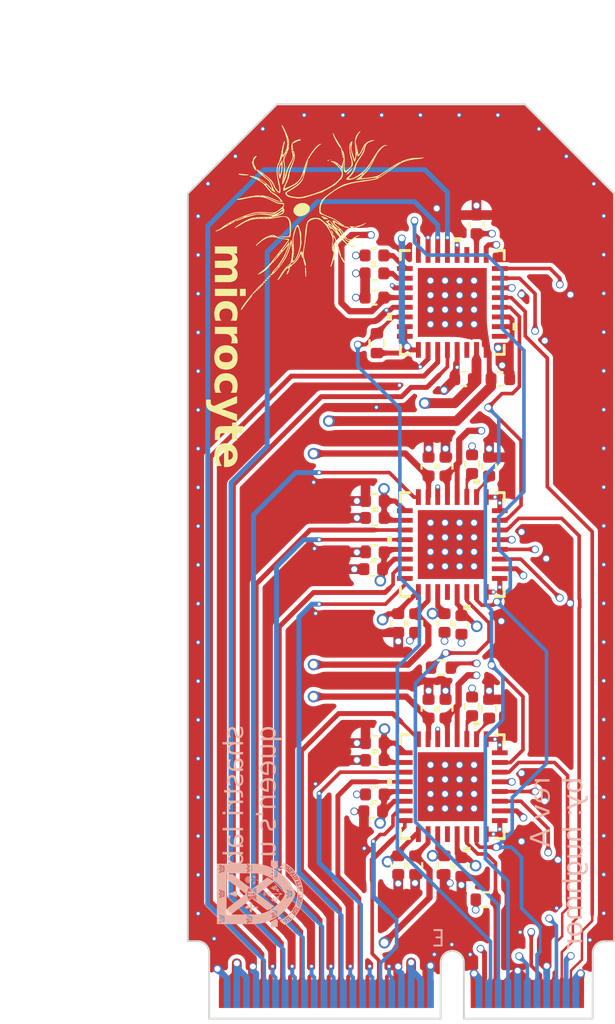
<source format=kicad_pcb>
(kicad_pcb (version 20241229) (generator "pcbnew") (generator_version "9.0")
  (title_block (title "microcyte") (date "2025-11-27") (rev "A") (company "Queen's University") (comment 1 "Shastri Lab") (comment 2 "hughmor"))
  (layers (0 "F.Cu" signal) (4 "In1.Cu" signal) (6 "In2.Cu" signal) (8 "In3.Cu" signal) (10 "In4.Cu" signal) (2 "B.Cu" signal) (13 "F.Paste" user) (15 "B.Paste" user) (5 "F.SilkS" user "F.Silkscreen") (7 "B.SilkS" user "B.Silkscreen") (1 "F.Mask" user) (3 "B.Mask" user) (25 "Edge.Cuts" user))
  (net 0 "")
  (net 1 "GND")
  (net 2 "+5V")
  (net 3 "MOSI")
  (net 4 "Net-(U3-REF)")
  (net 5 "SCLK")
  (net 6 "Net-(U3-REFCOMP)")
  (net 7 "LDAC")
  (net 8 "-10V")
  (net 9 "+10V")
  (net 10 "FAULT1")
  (net 11 "CLR")
  (net 12 "MISO")
  (net 13 "Net-(U2-REF)")
  (net 14 "Net-(U2-REFCOMP)")
  (net 15 "FAULT2")
  (net 17 "I4")
  (net 18 "I3")
  (net 19 "I2")
  (net 20 "I1")
  (net 21 "I0")
  (net 22 "I9")
  (net 23 "I8")
  (net 24 "I7")
  (net 25 "I6")
  (net 26 "I5")
  (net 27 "Vb0")
  (net 28 "Vb1")
  (net 29 "Vb2")
  (net 30 "Vb3")
  (net 31 "TEMP")
  (net 32 "SS1")
  (net 33 "SS2")
  (net 36 "SS3")
  (net 38 "Net-(U1-REF)")
  (net 39 "Net-(U1-REFCOMP)")
  (footprint "Capacitor_SMD:C_0402_1005Metric" (layer "F.Cu") (at 63.825 55.97 90)
    (property "Reference" "C29" (hide yes))
    (property "Value" "100n" (hide yes))
  )
  (footprint "Capacitor_SMD:C_0402_1005Metric" (layer "F.Cu") (at 62.225001 80.975001 90)
    (property "Reference" "C15" (hide yes))
    (property "Value" "1u" (hide yes))
  )
  (footprint "Capacitor_SMD:C_0402_1005Metric" (layer "F.Cu") (at 62.225001 68.475001 90)
    (property "Reference" "C25" (hide yes))
    (property "Value" "1u" (hide yes))
  )
  (footprint "Capacitor_SMD:C_0402_1005Metric" (layer "F.Cu") (at 59.785002 76.55 -90)
    (property "Reference" "C21" (hide yes))
    (property "Value" "1u" (hide yes))
  )
  (footprint "Capacitor_SMD:C_0402_1005Metric" (layer "F.Cu") (at 58.555002 59.749999 180)
    (property "Reference" "C30" (hide yes))
    (property "Value" "1u" (hide yes))
  )
  (footprint "Capacitor_SMD:C_0402_1005Metric" (layer "F.Cu") (at 58.575 83.625 180)
    (property "Reference" "C8" (hide yes))
    (property "Value" "1u" (hide yes))
  )
  (footprint "Capacitor_SMD:C_0402_1005Metric" (layer "F.Cu") (at 61.35 68.475 90)
    (property "Reference" "C24" (hide yes))
    (property "Value" "1u" (hide yes))
  )
  (footprint "LTC2662:05-08-1693_ADI" (layer "F.Cu") (at 62.575 60 90)
    (property "Reference" "U3" (hide yes))
    (property "Value" "LTC2664HUH-12-PBF" (hide yes))
  )
  (footprint "M:Connector_M.2_key-E" (layer "F.Cu") (at 50 97)
    (property "Reference" "J1" (hide yes))
    (property "Value" "Conn_02x38_Odd_Even" (hide yes))
    (fp_line (start -1.075 -4.025) (end -0.575 -4.025) (stroke (width 0.1)) (layer "Edge.Cuts"))
    (fp_line (start 0.025 -3.425) (end 0.025 -0.025) (stroke (width 0.1)) (layer "Edge.Cuts"))
    (fp_line (start 0.025 -0.025) (end 11.975 -0.025) (stroke (width 0.1)) (layer "Edge.Cuts"))
    (fp_line (start 11.975 -0.025) (end 11.975 -2.925) (stroke (width 0.1)) (layer "Edge.Cuts"))
    (fp_line (start 13.175 -2.925) (end 13.175 -0.025) (stroke (width 0.1)) (layer "Edge.Cuts"))
    (fp_line (start 13.175 -0.025) (end 19.825 -0.025) (stroke (width 0.1)) (layer "Edge.Cuts"))
    (fp_line (start 19.825 -3.425) (end 19.825 -0.025) (stroke (width 0.1)) (layer "Edge.Cuts"))
    (fp_line (start 20.925 -4.025) (end 20.425 -4.025) (stroke (width 0.1)) (layer "Edge.Cuts"))
    (fp_arc (start -0.575 -4.025) (mid -0.150736 -3.849264) (end 0.025 -3.425) (stroke (width 0.1)) (layer "Edge.Cuts"))
    (fp_arc (start 11.975 -2.925) (mid 12.575 -3.525) (end 13.175 -2.925) (stroke (width 0.1)) (layer "Edge.Cuts"))
    (fp_arc (start 19.825 -3.425) (mid 20.000736 -3.849264) (end 20.425 -4.025) (stroke (width 0.1)) (layer "Edge.Cuts"))
  )
  (footprint "Capacitor_SMD:C_0402_1005Metric" (layer "F.Cu") (at 63.04862 76.647781 -90)
    (property "Reference" "C26" (hide yes))
    (property "Value" "100n" (hide yes))
  )
  (footprint "LTC2662:05-08-1693_ADI" (layer "F.Cu") (at 62.575 85 180)
    (property "Reference" "U1" (hide yes))
    (property "Value" "LTC2662HUH-12-PBF" (hide yes))
  )
  (footprint "Capacitor_SMD:C_0402_1005Metric" (layer "F.Cu") (at 58.495 73.77 180)
    (property "Reference" "C20" (hide yes))
    (property "Value" "1u" (hide yes))
  )
  (footprint "Capacitor_SMD:C_0402_1005Metric" (layer "F.Cu") (at 62.175001 89.05 -90)
    (property "Reference" "C12" (hide yes))
    (property "Value" "1u" (hide yes))
  )
  (footprint "Capacitor_SMD:C_0402_1005Metric" (layer "F.Cu") (at 58.575001 72.9 180)
    (property "Reference" "C19" (hide yes))
    (property "Value" "1u" (hide yes))
  )
  (footprint "Capacitor_SMD:C_0402_1005Metric" (layer "F.Cu") (at 64.475 80.975 90)
    (property "Reference" "C3" (hide yes))
    (property "Value" "47n" (hide yes))
  )
  (footprint "microcyte:astrocyte_mirrored_inv" (layer "F.Cu") (at 55.47 55.895 -10)
    (property "Reference" "G***" (hide yes))
    (property "Value" "LOGO" (hide yes))
  )
  (footprint "Capacitor_SMD:C_0402_1005Metric" (layer "F.Cu") (at 63.045876 89.149395 -90)
    (property "Reference" "C16" (hide yes))
    (property "Value" "100n" (hide yes))
  )
  (footprint "Capacitor_SMD:C_0402_1005Metric" (layer "F.Cu") (at 63.182234 63.961091 180)
    (property "Reference" "C27" (hide yes))
    (property "Value" "1u" (hide yes))
  )
  (footprint "Capacitor_SMD:C_0402_1005Metric" (layer "F.Cu") (at 60.66 89.05 -90)
    (property "Reference" "C13" (hide yes))
    (property "Value" "1u" (hide yes))
  )
  (footprint "Capacitor_SMD:C_0402_1005Metric" (layer "F.Cu") (at 59.785002 89.05 -90)
    (property "Reference" "C11" (hide yes))
    (property "Value" "1u" (hide yes))
  )
  (footprint "Capacitor_SMD:C_0402_1005Metric" (layer "F.Cu") (at 58.555 58.5 180)
    (property "Reference" "C2" (hide yes))
    (property "Value" "100n" (hide yes))
  )
  (footprint "Capacitor_SMD:C_0402_1005Metric" (layer "F.Cu") (at 64.475 68.475 90)
    (property "Reference" "C5" (hide yes))
    (property "Value" "47n" (hide yes))
  )
  (footprint "Capacitor_SMD:C_0402_1005Metric" (layer "F.Cu") (at 63.597372 80.85217 90)
    (property "Reference" "C4" (hide yes))
    (property "Value" "100n" (hide yes))
  )
  (footprint "Resistor_SMD:R_0402_1005Metric" (layer "F.Cu") (at 61.99 78.855 180)
    (property "Reference" "R1" (hide yes))
    (property "Value" "10k" (hide yes))
  )
  (footprint "Capacitor_SMD:C_0402_1005Metric" (layer "F.Cu") (at 63.595975 68.349789 90)
    (property "Reference" "C6" (hide yes))
    (property "Value" "100n" (hide yes))
  )
  (footprint "Capacitor_SMD:C_0402_1005Metric" (layer "F.Cu") (at 58.575 71.125 180)
    (property "Reference" "C18" (hide yes))
    (property "Value" "1u" (hide yes))
  )
  (footprint "Capacitor_SMD:C_0402_1005Metric" (layer "F.Cu") (at 60.66 76.55 -90)
    (property "Reference" "C23" (hide yes))
    (property "Value" "1u" (hide yes))
  )
  (footprint "LTC2662:05-08-1693_ADI" (layer "F.Cu") (at 62.575 72.5 180)
    (property "Reference" "U2" (hide yes))
    (property "Value" "LTC2662HUH-12-PBF" (hide yes))
  )
  (footprint "Capacitor_SMD:C_0402_1005Metric" (layer "F.Cu") (at 65.057234 63.961091)
    (property "Reference" "C28" (hide yes))
    (property "Value" "1u" (hide yes))
  )
  (footprint "Capacitor_SMD:C_0402_1005Metric" (layer "F.Cu") (at 58.575 82.750001 180)
    (property "Reference" "C7" (hide yes))
    (property "Value" "1u" (hide yes))
  )
  (footprint "Capacitor_SMD:C_0402_1005Metric" (layer "F.Cu") (at 58.493052 86.269999 180)
    (property "Reference" "C10" (hide yes))
    (property "Value" "1u" (hide yes))
  )
  (footprint "Capacitor_SMD:C_0402_1005Metric" (layer "F.Cu") (at 58.575001 85.4 180)
    (property "Reference" "C9" (hide yes))
    (property "Value" "1u" (hide yes))
  )
  (footprint "M:2242-microcyte-nokey-chamfer" (layer "F.Cu") (at 47.925 48.775)
    (property "Reference" "REF**" (hide yes))
    (property "Value" "2242-microcyte-nokey-chamfer" (hide yes))
    (fp_line (start 1 5.6) (end 1 39) (stroke (width 0.1)) (layer "Edge.Cuts"))
    (fp_line (start 1 5.6) (end 5.6 1) (stroke (width 0.1)) (layer "Edge.Cuts"))
    (fp_line (start 5.6 1) (end 18.4 1) (stroke (width 0.1)) (layer "Edge.Cuts"))
    (fp_line (start 18.4 1) (end 23 5.6) (stroke (width 0.1)) (layer "Edge.Cuts"))
    (fp_line (start 23 5.6) (end 23 39) (stroke (width 0.1)) (layer "Edge.Cuts"))
  )
  (footprint "Capacitor_SMD:C_0402_1005Metric" (layer "F.Cu") (at 58.575 70.250001 180)
    (property "Reference" "C17" (hide yes))
    (property "Value" "1u" (hide yes))
  )
  (footprint "Capacitor_SMD:C_0402_1005Metric" (layer "F.Cu") (at 61.350001 80.974999 90)
    (property "Reference" "C14" (hide yes))
    (property "Value" "1u" (hide yes))
  )
  (footprint "Capacitor_SMD:C_0402_1005Metric" (layer "F.Cu") (at 62.175001 76.55 -90)
    (property "Reference" "C22" (hide yes))
    (property "Value" "1u" (hide yes))
  )
  (footprint "Resistor_SMD:R_0402_1005Metric" (layer "F.Cu") (at 64.295881 90.83207)
    (property "Reference" "R3" (hide yes))
    (property "Value" "10k" (hide yes))
  )
  (footprint "Resistor_SMD:R_0402_1005Metric" (layer "F.Cu") (at 58.68 62.105001 90)
    (property "Reference" "R5" (hide yes))
    (property "Value" "10k" (hide yes))
  )
  (footprint "Capacitor_SMD:C_0402_1005Metric" (layer "F.Cu") (at 58.555 57.575 180)
    (property "Reference" "C1" (hide yes))
    (property "Value" "47n" (hide yes))
  )
  (footprint "logos:queens_logo_silk_5mm" (layer "B.Cu") (at 52.655212 90.535 -90)
    (property "Reference" "G***" (hide yes))
    (property "Value" "LOGO" (hide yes))
  )
  (gr_rect (start 65.33 94.975) (end 66.61 96.425) (fill yes) (layer "F.Cu") (net 1))
  (gr_line (start 70.925 87.775) (end 70.925 92.975) (stroke (width 0.1)) (layer "Edge.Cuts"))
  (gr_line (start 48.925 87.775) (end 48.925 92.975) (stroke (width 0.1)) (layer "Edge.Cuts"))
  (gr_text "microcyte" (at 50.061741 56.934196 270) (layer "F.SilkS") (effects (font (size 1.5 1.5) (thickness 0.3) (bold yes)) (justify left bottom)))
  (gr_text "rev A\nby: hughmor" (at 69.45 84.485 90) (layer "B.SilkS") (effects (font (size 1 1)) (justify left bottom mirror)))
  (gr_text "E" (at 62.28 93.305 -0) (layer "B.SilkS") (effects (font (size 0.8 0.8) (thickness 0.1)) (justify left bottom mirror)))
  (gr_text "shastri lab\nqueen's u" (at 53.624685 81.838298 90) (layer "B.SilkS") (effects (font (size 1 1) (thickness 0.125)) (justify left bottom mirror)))
  (segment (start 62.175002 77.03) (end 62.175001 77.475001) (width 0.254) (layer "F.Cu") (net 1))
  (segment (start 63.825 55.489998) (end 63.825 55) (width 0.254) (layer "F.Cu") (net 1))
  (segment (start 64.475 80.495) (end 64.475 80.05) (width 0.254) (layer "F.Cu") (net 1))
  (segment (start 66.7 95.25) (end 66.2 94.75) (width 0.35) (layer "F.Cu") (net 1))
  (segment (start 61.35 80.4) (end 61.350001 80.400001) (width 0.254) (layer "F.Cu") (net 1))
  (segment (start 65.026192 70.74991) (end 65.0261 70.750001) (width 0.254) (layer "F.Cu") (net 1))
  (segment (start 54.31 94.705) (end 54.2 94.815) (width 0.2) (layer "F.Cu") (net 1))
  (segment (start 65.6605 62.0145) (end 65.6605 61.394999) (width 0.254) (layer "F.Cu") (net 1))
  (segment (start 62.825001 57.5489) (end 62.825001 57.035001) (width 0.254) (layer "F.Cu") (net 1))
  (segment (start 62.225001 80.495) (end 62.225001 80.05) (width 0.254) (layer "F.Cu") (net 1))
  (segment (start 64.3261 87.45) (end 64.325 87.4511) (width 0.254) (layer "F.Cu") (net 1))
  (segment (start 58.095001 85.399999) (end 57.650002 85.400001) (width 0.254) (layer "F.Cu") (net 1))
  (segment (start 60.66 77.185391) (end 60.66 77.03) (width 0.254) (layer "F.Cu") (net 1))
  (segment (start 63.048619 77.127781) (end 63.04862 77.572782) (width 0.254) (layer "F.Cu") (net 1))
  (segment (start 59.31 94.28) (end 59.31 94.71) (width 0.2) (layer "F.Cu") (net 1))
  (segment (start 64.325 82.548899) (end 64.331096 82.542803) (width 0.127) (layer "F.Cu") (net 1))
  (segment (start 58.31 94.705) (end 58.2 94.815) (width 0.2) (layer "F.Cu") (net 1))
  (segment (start 65.525001 60.750001) (end 65.6605 60.8855) (width 0.254) (layer "F.Cu") (net 1))
  (segment (start 58.095 70.25) (end 57.650002 70.250001) (width 0.254) (layer "F.Cu") (net 1))
  (segment (start 59.31 94.71) (end 59.2 94.82) (width 0.2) (layer "F.Cu") (net 1))
  (segment (start 61.1981 94.4969) (end 61.1981 95.705) (width 0.325) (layer "F.Cu") (net 1))
  (segment (start 55.2 94.815) (end 55.2 95.7) (width 0.2) (layer "F.Cu") (net 1))
  (segment (start 61.325 62.92) (end 60.92 63.325) (width 0.254) (layer "F.Cu") (net 1))
  (segment (start 59.785002 90) (end 59.785002 89.530001) (width 0.254) (layer "F.Cu") (net 1))
  (segment (start 65.537234 63.637234) (end 65.15 63.25) (width 0.508) (layer "F.Cu") (net 1))
  (segment (start 65.026192 74.25009) (end 65.026101 74.249999) (width 0.254) (layer "F.Cu") (net 1))
  (segment (start 64.778613 82.5489) (end 64.325 82.548899) (width 0.254) (layer "F.Cu") (net 1))
  (segment (start 56.31 94.275) (end 56.31 94.705) (width 0.2) (layer "F.Cu") (net 1))
  (segment (start 53.2 94.785) (end 53.2 95.7) (width 0.2) (layer "F.Cu") (net 1))
  (segment (start 63.045876 89.629394) (end 63.045877 90.074395) (width 0.254) (layer "F.Cu") (net 1))
  (segment (start 65.95 94.5) (end 65.7 94.75) (width 0.35) (layer "F.Cu") (net 1))
  (segment (start 65.2 95.7) (end 65.2 95.25) (width 0.35) (layer "F.Cu") (net 1))
  (segment (start 55.31 94.705) (end 55.2 94.815) (width 0.2) (layer "F.Cu") (net 1))
  (segment (start 63.597371 80.37217) (end 63.597371 79.92717) (width 0.254) (layer "F.Cu") (net 1))
  (segment (start 61.825 69.522613) (end 61.825 70.048899) (width 0.254) (layer "F.Cu") (net 1))
  (segment (start 50.705 95.7) (end 50.705 94.66) (width 0.325) (layer "F.Cu") (net 1))
  (segment (start 64.475 67.995) (end 64.475 67.55) (width 0.254) (layer "F.Cu") (net 1))
  (segment (start 65.537234 63.961091) (end 65.537234 63.637234) (width 0.508) (layer "F.Cu") (net 1))
  (segment (start 61.825 82.022613) (end 61.825 82.548899) (width 0.254) (layer "F.Cu") (net 1))
  (segment (start 53.3 94.275) (end 53.3 94.685) (width 0.2) (layer "F.Cu") (net 1))
  (segment (start 65.6605 60.8855) (end 65.6605 61.394999) (width 0.254) (layer "F.Cu") (net 1))
  (segment (start 63.595974 67.869789) (end 63.595974 67.424789) (width 0.254) (layer "F.Cu") (net 1))
  (segment (start 57.2 94.815) (end 57.2 95.7) (width 0.2) (layer "F.Cu") (net 1))
  (segment (start 64.94 62.345) (end 65.33 62.345) (width 0.254) (layer "F.Cu") (net 1))
  (segment (start 62.825001 57.035001) (end 62.825 57.035) (width 0.254) (layer "F.Cu") (net 1))
  (segment (start 53.3 94.685) (end 53.2 94.785) (width 0.2) (layer "F.Cu") (net 1))
  (segment (start 56.2 94.815) (end 56.2 95.7) (width 0.2) (layer "F.Cu") (net 1))
  (segment (start 58.075 59.749999) (end 57.600001 59.749999) (width 0.254) (layer "F.Cu") (net 1))
  (segment (start 58.095 72.9) (end 57.649999 72.9) (width 0.254) (layer "F.Cu") (net 1))
  (segment (start 65.33 62.345) (end 65.6605 62.0145) (width 0.254) (layer "F.Cu") (net 1))
  (segment (start 64.3261 74.95) (end 64.325 74.9511) (width 0.254) (layer "F.Cu") (net 1))
  (segment (start 64.700001 87.45) (end 64.3261 87.45) (width 0.254) (layer "F.Cu") (net 1))
  (segment (start 65.026192 86.75009) (end 65.026101 86.749999) (width 0.254) (layer "F.Cu") (net 1))
  (segment (start 61.325 62.451098) (end 61.325 62.92) (width 0.254) (layer "F.Cu") (net 1))
  (segment (start 59.599999 59.249998) (end 59.475 59.125) (width 0.254) (layer "F.Cu") (net 1))
  (segment (start 59.78 94.285) (end 59.7 94.365) (width 0.325) (layer "F.Cu") (net 1))
  (segment (start 60.66 89.964784) (end 60.66 89.53) (width 0.254) (layer "F.Cu") (net 1))
  (segment (start 64.778613 70.0489) (end 64.325 70.048899) (width 0.254) (layer "F.Cu") (net 1))
  (segment (start 65.026192 70.35119) (end 65.026192 70.74991) (width 0.254) (layer "F.Cu") (net 1))
  (segment (start 65.0261 60.750001) (end 65.525001 60.750001) (width 0.254) (layer "F.Cu") (net 1))
  (segment (start 62.175002 89.700003) (end 62.449999 89.975) (width 0.254) (layer "F.Cu") (net 1))
  (segment (start 65.026192 82.85119) (end 65.026192 83.24991) (width 0.254) (layer "F.Cu") (net 1))
  (segment (start 52.2 94.365) (end 52.2 95.7) (width 0.325) (layer "F.Cu") (net 1))
  (segment (start 66.7 95.7) (end 66.7 95.25) (width 0.35) (layer "F.Cu") (net 1))
  (segment (start 61.4481 94.2469) (end 61.1981 94.4969) (width 0.325) (layer "F.Cu") (net 1))
  (segment (start 61.4481 94.245) (end 61.4481 94.2469) (width 0.325) (layer "F.Cu") (net 1))
  (segment (start 65.026192 74.7) (end 65.026192 74.25009) (width 0.254) (layer "F.Cu") (net 1))
  (segment (start 65.7 94.75) (end 65.7 95.7) (width 0.35) (layer "F.Cu") (net 1))
  (segment (start 69.2 95.7) (end 69.2 94.65) (width 0.35) (layer "F.Cu") (net 1))
  (segment (start 58.095 82.75) (end 57.650002 82.750001) (width 0.254) (layer "F.Cu") (net 1))
  (segment (start 56.31 94.705) (end 56.2 94.815) (width 0.2) (layer "F.Cu") (net 1))
  (segment (start 64.325 70.048899) (end 64.331096 70.042803) (width 0.127) (layer "F.Cu") (net 1))
  (segment (start 65.515501 61.25) (end 65.6605 61.394999) (width 0.254) (layer "F.Cu") (net 1))
  (segment (start 55.31 94.275) (end 55.31 94.705) (width 0.2) (layer "F.Cu") (net 1))
  (segment (start 58.093051 86.274999) (end 57.513051 86.274999) (width 0.254) (layer "F.Cu") (net 1))
  (segment (start 62.825001 62.4511) (end 62.824999 63.349999) (width 0.254) (layer "F.Cu") (net 1))
  (segment (start 59.360731 60.399999) (end 59.510731 60.249999) (width 0.254) (layer "F.Cu") (net 1))
  (segment (start 58.2 94.815) (end 58.2 95.7) (width 0.2) (layer "F.Cu") (net 1))
  (segment (start 59.175001 60.399999) (end 59.360731 60.399999) (width 0.254) (layer "F.Cu") (net 1))
  (segment (start 59.2 94.82) (end 59.2 95.705) (width 0.2) (layer "F.Cu") (net 1))
  (segment (start 58.094999 73.775) (end 57.515002 73.775) (width 0.254) (layer "F.Cu") (net 1))
  (segment (start 54.2 94.815) (end 54.2 95.7) (width 0.2) (layer "F.Cu") (net 1))
  (segment (start 59.785002 77.5) (end 59.784999 77.03) (width 0.254) (layer "F.Cu") (net 1))
  (segment (start 58.075 58.499999) (end 57.6 58.5) (width 0.254) (layer "F.Cu") (net 1))
  (segment (start 58.075 57.575) (end 57.6 57.575) (width 0.254) (layer "F.Cu") (net 1))
  (segment (start 65.026192 83.24991) (end 65.0261 83.250001) (width 0.254) (layer "F.Cu") (net 1))
  (segment (start 57.31 94.275) (end 57.31 94.705) (width 0.2) (layer "F.Cu") (net 1))
  (segment (start 61.350001 80.400001) (end 61.350001 80.495) (width 0.254) (layer "F.Cu") (net 1))
  (segment (start 50.705 94.66) (end 50.45 94.405) (width 0.325) (layer "F.Cu") (net 1))
  (segment (start 62.702234 63.972766) (end 62.15 64.525) (width 0.508) (layer "F.Cu") (net 1))
  (segment (start 58.095002 83.625) (end 57.650002 83.624999) (width 0.254) (layer "F.Cu") (net 1))
  (segment (start 58.094999 71.125) (end 57.65 71.125) (width 0.254) (layer "F.Cu") (net 1))
  (segment (start 61.325 57.5489) (end 61.325 56.649999) (width 0.254) (layer "F.Cu") (net 1))
  (segment (start 62.702234 63.961091) (end 62.702234 63.972766) (width 0.254) (layer "F.Cu") (net 1))
  (segment (start 62.225001 67.995) (end 62.225001 67.55) (width 0.254) (layer "F.Cu") (net 1))
  (segment (start 60.383775 77.461617) (end 60.66 77.185391) (width 0.254) (layer "F.Cu") (net 1))
  (segment (start 59.7 94.365) (end 59.7 95.7) (width 0.325) (layer "F.Cu") (net 1))
  (segment (start 52.28 94.285) (end 52.2 94.365) (width 0.325) (layer "F.Cu") (net 1))
  (segment (start 59.510731 60.249999) (end 60.1239 60.249999) (width 0.254) (layer "F.Cu") (net 1))
  (segment (start 57.31 94.705) (end 57.2 94.815) (width 0.2) (layer "F.Cu") (net 1))
  (segment (start 66.2 94.75) (end 66.2 95.7) (width 0.35) (layer "F.Cu") (net 1))
  (segment (start 64.700001 74.95) (end 64.3261 74.95) (width 0.254) (layer "F.Cu") (net 1))
  (segment (start 58.31 94.275) (end 58.31 94.705) (width 0.2) (layer "F.Cu") (net 1))
  (segment (start 65.2 95.25) (end 65.7 94.75) (width 0.35) (layer "F.Cu") (net 1))
  (segment (start 54.31 94.275) (end 54.31 94.705) (width 0.2) (layer "F.Cu") (net 1))
  (segment (start 62.175002 89.53) (end 62.175002 89.700003) (width 0.254) (layer "F.Cu") (net 1))
  (segment (start 65.0261 61.25) (end 65.515501 61.25) (width 0.254) (layer "F.Cu") (net 1))
  (segment (start 60.1239 59.249998) (end 59.599999 59.249998) (width 0.254) (layer "F.Cu") (net 1))
  (segment (start 63.7 95.7) (end 63.7 94.65) (width 0.35) (layer "F.Cu") (net 1))
  (segment (start 65.95 94.5) (end 66.2 94.75) (width 0.35) (layer "F.Cu") (net 1))
  (segment (start 61.350001 67.995) (end 61.350001 67.55) (width 0.254) (layer "F.Cu") (net 1))
  (segment (start 65.026192 87.2) (end 65.026192 86.75009) (width 0.254) (layer "F.Cu") (net 1))
  (segment (start 61.35 80.045) (end 61.35 80.4) (width 0.254) (layer "F.Cu") (net 1))
  (via (at 62.15 64.525) (size 0.45) (drill 0.3) (layers "F.Cu" "B.Cu") (net 1))
  (via (at 70.395 91.535) (size 0.25) (drill 0.15) (layers "F.Cu" "B.Cu") (net 1))
  (via (at 70.395 69.535) (size 0.25) (drill 0.15) (layers "F.Cu" "B.Cu") (net 1))
  (via (at 57.649999 72.9) (size 0.4) (drill 0.3) (layers "F.Cu" "B.Cu") (net 1))
  (via (at 62.2 72.125) (size 0.4) (drill 0.3) (layers "F.Cu" "B.Cu") (net 1))
  (via (at 61.45 72.125) (size 0.4) (drill 0.3) (layers "F.Cu" "B.Cu") (net 1))
  (via (at 62.95 85.375) (size 0.4) (drill 0.3) (layers "F.Cu" "B.Cu") (net 1))
  (via (at 63.7 86.125) (size 0.4) (drill 0.3) (layers "F.Cu" "B.Cu") (net 1))
  (via (at 70.395 71.535) (size 0.25) (drill 0.15) (layers "F.Cu" "B.Cu") (net 1))
  (via (at 64.928568 50.329505) (size 0.25) (drill 0.15) (layers "F.Cu" "B.Cu") (net 1))
  (via (at 65.026192 82.85119) (size 0.25) (drill 0.15) (layers "F.Cu" "B.Cu") (net 1))
  (via (at 49.455 73.55) (size 0.25) (drill 0.15) (layers "F.Cu" "B.Cu") (net 1))
  (via (at 61.350001 67.55) (size 0.4) (drill 0.3) (layers "F.Cu" "B.Cu") (net 1))
  (via (at 63.7 85.375) (size 0.4) (drill 0.3) (layers "F.Cu" "B.Cu") (net 1))
  (via (at 61.825 69.522613) (size 0.25) (drill 0.15) (layers "F.Cu" "B.Cu") (net 1))
  (via (at 66.15 71.85) (size 0.4) (drill 0.3) (layers "F.Cu" "B.Cu") (net 1))
  (via (at 63.045877 90.074395) (size 0.4) (drill 0.3) (layers "F.Cu" "B.Cu") (net 1))
  (via (at 61.45 71.375) (size 0.4) (drill 0.3) (layers "F.Cu" "B.Cu") (net 1))
  (via (at 64.94 62.345) (size 0.45) (drill 0.3) (layers "F.Cu" "B.Cu") (net 1))
  (via (at 70.395 55.535) (size 0.25) (drill 0.15) (layers "F.Cu" "B.Cu") (net 1))
  (via (at 67.45 94.255) (size 0.4) (drill 0.3) (layers "F.Cu" "B.Cu") (net 1))
  (via (at 49.964466 53.870534) (size 0.25) (drill 0.15) (layers "F.Cu" "B.Cu") (net 1))
  (via (at 54.928568 50.329505) (size 0.25) (drill 0.15) (layers "F.Cu" "B.Cu") (net 1))
  (via (at 59.475 59.125) (size 0.25) (drill 0.15) (layers "F.Cu" "B.Cu") (net 1))
  (via (at 70.395 89.535) (size 0.25) (drill 0.15) (layers "F.Cu" "B.Cu") (net 1))
  (via (at 63.7 84.625) (size 0.4) (drill 0.3) (layers "F.Cu" "B.Cu") (net 1))
  (via (at 67.96 91.275) (size 0.25) (drill 0.15) (layers "F.Cu" "B.Cu") (net 1))
  (via (at 59.31 94.28) (size 0.25) (drill 0.15) (layers "F.Cu" "B.Cu") (net 1))
  (via (at 61.65 93.66145) (size 0.25) (drill 0.15) (layers "F.Cu" "B.Cu") (net 1))
  (via (at 51.37868 52.45632) (size 0.25) (drill 0.15) (layers "F.Cu" "B.Cu") (net 1))
  (via (at 70.395 79.535) (size 0.25) (drill 0.15) (layers "F.Cu" "B.Cu") (net 1))
  (via (at 69.88 53.875) (size 0.25) (drill 0.15) (layers "F.Cu" "B.Cu") (net 1))
  (via (at 61.45 84.625) (size 0.4) (drill 0.3) (layers "F.Cu" "B.Cu") (net 1))
  (via (at 67.425 73.225) (size 0.4) (drill 0.3) (layers "F.Cu" "B.Cu") (net 1))
  (via (at 57.513051 86.274999) (size 0.4) (drill 0.3) (layers "F.Cu" "B.Cu") (net 1))
  (via (at 49.455 71.55) (size 0.25) (drill 0.15) (layers "F.Cu" "B.Cu") (net 1))
  (via (at 61.45 72.875) (size 0.4) (drill 0.3) (layers "F.Cu" "B.Cu") (net 1))
  (via (at 62.2 84.625) (size 0.4) (drill 0.3) (layers "F.Cu" "B.Cu") (net 1))
  (via (at 58.66 65.415) (size 0.25) (drill 0.15) (layers "F.Cu" "B.Cu") (net 1))
  (via (at 49.455 63.55) (size 0.25) (drill 0.15) (layers "F.Cu" "B.Cu") (net 1))
  (via (at 64.700001 74.95) (size 0.25) (drill 0.15) (layers "F.Cu" "B.Cu") (net 1))
  (via (at 66.149232 59.582821) (size 0.4) (drill 0.3) (layers "F.Cu" "B.Cu") (net 1))
  (via (at 62.2 72.875) (size 0.4) (drill 0.3) (layers "F.Cu" "B.Cu") (net 1))
  (via (at 49.455 83.55) (size 0.25) (drill 0.15) (layers "F.Cu" "B.Cu") (net 1))
  (via (at 49.455 67.55) (size 0.25) (drill 0.15) (layers "F.Cu" "B.Cu") (net 1))
  (via (at 63.7 72.125) (size 0.4) (drill 0.3) (layers "F.Cu" "B.Cu") (net 1))
  (via (at 49.455 81.55) (size 0.25) (drill 0.15) (layers "F.Cu" "B.Cu") (net 1))
  (via (at 57.6 57.575) (size 0.4) (drill 0.3) (layers "F.Cu" "B.Cu") (net 1))
  (via (at 67.35 61.975) (size 0.4) (drill 0.3) (layers "F.Cu" "B.Cu") (net 1))
  (via (at 59.175001 60.399999) (size 0.25) (drill 0.15) (layers "F.Cu" "B.Cu") (net 1))
  (via (at 61.45 85.375) (size 0.4) (drill 0.3) (layers "F.Cu" "B.Cu") (net 1))
  (via (at 62.824999 63.349999) (size 0.25) (drill 0.15) (layers "F.Cu" "B.Cu") (net 1))
  (via (at 57.650002 82.750001) (size 0.4) (drill 0.3) (layers "F.Cu" "B.Cu") (net 1))
  (via (at 61.77 55.145) (size 0.4) (drill 0.3) (layers "F.Cu" "B.Cu") (net 1))
  (via (at 70.395 59.535) (size 0.25) (drill 0.15) (layers "F.Cu" "B.Cu") (net 1))
  (via (at 63.595974 67.424789) (size 0.4) (drill 0.3) (layers "F.Cu" "B.Cu") (net 1))
  (via (at 59.785002 77.5) (size 0.4) (drill 0.3) (layers "F.Cu" "B.Cu") (net 1))
  (via (at 67.051573 51.046573) (size 0.25) (drill 0.15) (layers "F.Cu" "B.Cu") (net 1))
  (via (at 62.175001 77.475001) (size 0.4) (drill 0.3) (layers "F.Cu" "B.Cu") (net 1))
  (via (at 50.45 94.405) (size 0.45) (drill 0.3) (layers "F.Cu" "B.Cu") (net 1))
  (via (at 60.928568 50.329505) (size 0.25) (drill 0.15) (layers "F.Cu" "B.Cu") (net 1))
  (via (at 69.2 94.65) (size 0.45) (drill 0.3) (layers "F.Cu" "B.Cu") (net 1))
  (via (at 61.35 80.045) (size 0.4) (drill 0.3) (layers "F.Cu" "B.Cu") (net 1))
  (via (at 49.455 61.55) (size 0.25) (drill 0.15) (layers "F.Cu" "B.Cu") (net 1))
  (via (at 58.03 88.185) (size 0.25) (drill 0.15) (layers "F.Cu" "B.Cu") (net 1))
  (via (at 62.95 73.625) (size 0.4) (drill 0.3) (layers "F.Cu" "B.Cu") (net 1))
  (via (at 65.026192 74.7) (size 0.25) (drill 0.15) (layers "F.Cu" "B.Cu") (net 1))
  (via (at 56.31 94.275) (size 0.25) (drill 0.15) (layers "F.Cu" "B.Cu") (net 1))
  (via (at 57.650002 70.250001) (size 0.4) (drill 0.3) (layers "F.Cu" "B.Cu") (net 1))
  (via (at 62.2 83.875) (size 0.4) (drill 0.3) (layers "F.Cu" "B.Cu") (net 1))
  (via (at 57.31 94.275) (size 0.25) (drill 0.15) (layers "F.Cu" "B.Cu") (net 1))
  (via (at 55.42 69.285) (size 0.25) (drill 0.15) (layers "F.Cu" "B.Cu") (net 1))
  (via (at 49.455 69.55) (size 0.25) (drill 0.15) (layers "F.Cu" "B.Cu") (net 1))
  (via (at 58.31 94.275) (size 0.25) (drill 0.15) (layers "F.Cu" "B.Cu") (net 1))
  (via (at 49.455 77.55) (size 0.25) (drill 0.15) (layers "F.Cu" "B.Cu") (net 1))
  (via (at 61.4481 94.245) (size 0.45) (drill 0.3) (layers "F.Cu" "B.Cu") (net 1))
  (via (at 66.15 84.3) (size 0.4) (drill 0.3) (layers "F.Cu" "B.Cu") (net 1))
  (via (at 70.395 85.535) (size 0.25) (drill 0.15) (layers "F.Cu" "B.Cu") (net 1))
  (via (at 54.31 94.275) (size 0.25) (drill 0.15) (layers "F.Cu" "B.Cu") (net 1))
  (via (at 57.600001 59.749999) (size 0.4) (drill 0.3) (layers "F.Cu" "B.Cu") (net 1))
  (via (at 60.383775 77.461617) (size 0.4) (drill 0.3) (layers "F.Cu" "B.Cu") (net 1))
  (via (at 68.675 59.6) (size 0.4) (drill 0.3) (layers "F.Cu" "B.Cu") (net 1))
  (via (at 53.3 94.275) (size 0.25) (drill 0.15) (layers "F.Cu" "B.Cu") (net 1))
  (via (at 59.85 64.275) (size 0.25) (drill 0.15) (layers "F.Cu" "B.Cu") (net 1))
  (via (at 70.395 63.535) (size 0.25) (drill 0.15) (layers "F.Cu" "B.Cu") (net 1))
  (via (at 57.650002 85.400001) (size 0.4) (drill 0.3) (layers "F.Cu" "B.Cu") (net 1))
  (via (at 49.455 65.55) (size 0.25) (drill 0.15) (layers "F.Cu" "B.Cu") (net 1))
  (via (at 64.700001 87.45) (size 0.25) (drill 0.15) (layers "F.Cu" "B.Cu") (net 1))
  (via (at 55.31 94.275) (size 0.25) (drill 0.15) (layers "F.Cu" "B.Cu") (net 1))
  (via (at 62.95 72.875) (size 0.4) (drill 0.3) (layers "F.Cu" "B.Cu") (net 1))
  (via (at 60.649786 89.975) (size 0.4) (drill 0.3) (layers "F.Cu" "B.Cu") (net 1))
  (via (at 70.395 65.535) (size 0.25) (drill 0.15) (layers "F.Cu" "B.Cu") (net 1))
  (via (at 50.28 92.845) (size 0.25) (drill 0.15) (layers "F.Cu" "B.Cu") (net 1))
  (via (at 64.475 67.55) (size 0.4) (drill 0.3) (layers "F.Cu" "B.Cu") (net 1))
  (via (at 63.7 83.875) (size 0.4) (drill 0.3) (layers "F.Cu" "B.Cu") (net 1))
  (via (at 62.825 57.035) (size 0.25) (drill 0.15) (layers "F.Cu" "B.Cu") (net 1))
  (via (at 63.7 94.65) (size 0.45) (drill 0.3) (layers "F.Cu" "B.Cu") (net 1))
  (via (at 64.475 80.05) (size 0.4) (drill 0.3) (layers "F.Cu" "B.Cu") (net 1))
  (via (at 62.225001 67.55) (size 0.4) (drill 0.3) (layers "F.Cu" "B.Cu") (net 1))
  (via (at 58.928568 50.329505) (size 0.25) (drill 0.15) (layers "F.Cu" "B.Cu") (net 1))
  (via (at 62.2 85.375) (size 0.4) (drill 0.3) (layers "F.Cu" "B.Cu") (net 1))
  (via (at 66.15 87.825) (size 0.4) (drill 0.3) (layers "F.Cu" "B.Cu") (net 1))
  (via (at 62.2 86.125) (size 0.4) (drill 0.3) (layers "F.Cu" "B.Cu") (net 1))
  (via (at 70.395 81.535) (size 0.25) (drill 0.15) (layers "F.Cu" "B.Cu") (net 1))
  (via (at 69.68 92.915) (size 0.25) (drill 0.15) (layers "F.Cu" "B.Cu") (net 1))
  (via (at 70.395 83.535) (size 0.25) (drill 0.15) (layers "F.Cu" "B.Cu") (net 1))
  (via (at 62.449999 89.975) (size 0.4) (drill 0.3) (layers "F.Cu" "B.Cu") (net 1))
  (via (at 59.785002 90) (size 0.4) (drill 0.3) (layers "F.Cu" "B.Cu") (net 1))
  (via (at 65.95 94.5) (size 0.4) (drill 0.3) (layers "F.Cu" "B.Cu") (net 1))
  (via (at 49.455 79.55) (size 0.25) (drill 0.15) (layers "F.Cu" "B.Cu") (net 1))
  (via (at 63.04862 77.572782) (size 0.4) (drill 0.3) (layers "F.Cu" "B.Cu") (net 1))
  (via (at 66.08 92.515) (size 0.25) (drill 0.15) (layers "F.Cu" "B.Cu") (net 1))
  (via (at 62.928568 50.329505) (size 0.25) (drill 0.15) (layers "F.Cu" "B.Cu") (net 1))
  (via (at 62.95 71.375) (size 0.4) (drill 0.3) (layers "F.Cu" "B.Cu") (net 1))
  (via (at 64.778613 82.5489) (size 0.25) (drill 0.15) (layers "F.Cu" "B.Cu") (net 1))
  (via (at 61.45 73.625) (size 0.4) (drill 0.3) (layers "F.Cu" "B.Cu") (net 1))
  (via (at 63.7 71.375) (size 0.4) (drill 0.3) (layers "F.Cu" "B.Cu") (net 1))
  (via (at 57.515002 73.775) (size 0.4) (drill 0.3) (layers "F.Cu" "B.Cu") (net 1))
  (via (at 61.45 86.125) (size 0.4) (drill 0.3) (layers "F.Cu" "B.Cu") (net 1))
  (via (at 52.28 94.285) (size 0.4) (drill 0.3) (layers "F.Cu" "B.Cu") (net 1))
  (via (at 49.455 57.55) (size 0.25) (drill 0.15) (layers "F.Cu" "B.Cu") (net 1))
  (via (at 68.66 75.535) (size 0.4) (drill 0.3) (layers "F.Cu" "B.Cu") (net 1))
  (via (at 57.6 58.5) (size 0.4) (drill 0.3) (layers "F.Cu" "B.Cu") (net 1))
  (via (at 70.395 87.535) (size 0.25) (drill 0.15) (layers "F.Cu" "B.Cu") (net 1))
  (via (at 55.52 76.055) (size 0.25) (drill 0.15) (layers "F.Cu" "B.Cu") (net 1))
  (via (at 70.395 67.535) (size 0.25) (drill 0.15) (layers "F.Cu" "B.Cu") (net 1))
  (via (at 70.395 77.535) (size 0.25) (drill 0.15) (layers "F.Cu" "B.Cu") (net 1))
  (via (at 62.225001 80.05) (size 0.4) (drill 0.3) (layers "F.Cu" "B.Cu") (net 1))
  (via (at 61.825 82.022613) (size 0.25) (drill 0.15) (layers "F.Cu" "B.Cu") (net 1))
  (via (at 65.026192 70.35119) (size 0.25) (drill 0.15) (layers "F.Cu" "B.Cu") (net 1))
  (via (at 65.15 63.25) (size 0.4) (drill 0.3) (layers "F.Cu" "B.Cu") (net 1))
  (via (at 62.2 71.375) (size 0.4) (drill 0.3) (layers "F.Cu" "B.Cu") (net 1))
  (via (at 49.455 75.55) (size 0.25) (drill 0.15) (layers "F.Cu" "B.Cu") (net 1))
  (via (at 70.395 75.535) (size 0.25) (drill 0.15) (layers "F.Cu" "B.Cu") (net 1))
  (via (at 62.95 72.125) (size 0.4) (drill 0.3) (layers "F.Cu" "B.Cu") (net 1))
  (via (at 63.597371 79.92717) (size 0.4) (drill 0.3) (layers "F.Cu" "B.Cu") (net 1))
  (via (at 56.928568 50.329505) (size 0.25) (drill 0.15) (layers "F.Cu" "B.Cu") (net 1))
  (via (at 59.78 94.285) (size 0.4) (drill 0.3) (layers "F.Cu" "B.Cu") (net 1))
  (via (at 49.455 91.55) (size 0.25) (drill 0.15) (layers "F.Cu" "B.Cu") (net 1))
  (via (at 63.7 73.625) (size 0.4) (drill 0.3) (layers "F.Cu" "B.Cu") (net 1))
  (via (at 70.395 73.535) (size 0.25) (drill 0.15) (layers "F.Cu" "B.Cu") (net 1))
  (via (at 49.455 89.55) (size 0.25) (drill 0.15) (layers "F.Cu" "B.Cu") (net 1))
  (via (at 55.46 72.705) (size 0.25) (drill 0.15) (layers "F.Cu" "B.Cu") (net 1))
  (via (at 68.025 88.775) (size 0.4) (drill 0.3) (layers "F.Cu" "B.Cu") (net 1))
  (via (at 62.2 73.625) (size 0.4) (drill 0.3) (layers "F.Cu" "B.Cu") (net 1))
  (via (at 60.92 63.325) (size 0.25) (drill 0.15) (layers "F.Cu" "B.Cu") (net 1))
  (via (at 57.650002 83.624999) (size 0.4) (drill 0.3) (layers "F.Cu" "B.Cu") (net 1))
  (via (at 70.395 61.535) (size 0.25) (drill 0.15) (layers "F.Cu" "B.Cu") (net 1))
  (via (at 49.455 55.55) (size 0.25) (drill 0.15) (layers "F.Cu" "B.Cu") (net 1))
  (via (at 49.455 85.55) (size 0.25) (drill 0.15) (layers "F.Cu" "B.Cu") (net 1))
  (via (at 68.465786 52.460786) (size 0.25) (drill 0.15) (layers "F.Cu" "B.Cu") (net 1))
  (via (at 67.35 85.75) (size 0.4) (drill 0.3) (layers "F.Cu" "B.Cu") (net 1))
  (via (at 52.792893 51.042107) (size 0.25) (drill 0.15) (layers "F.Cu" "B.Cu") (net 1))
  (via (at 65.026192 87.2) (size 0.25) (drill 0.15) (layers "F.Cu" "B.Cu") (net 1))
  (via (at 64.778613 70.0489) (size 0.25) (drill 0.15) (layers "F.Cu" "B.Cu") (net 1))
  (via (at 55.514785 84.855) (size 0.25) (drill 0.15) (layers "F.Cu" "B.Cu") (net 1))
  (via (at 61.325 56.649999) (size 0.25) (drill 0.15) (layers "F.Cu" "B.Cu") (net 1))
  (via (at 61.45 83.875) (size 0.4) (drill 0.3) (layers "F.Cu" "B.Cu") (net 1))
  (via (at 63.5 93.66145) (size 0.25) (drill 0.15) (layers "F.Cu" "B.Cu") (net 1))
  (via (at 49.455 59.55) (size 0.25) (drill 0.15) (layers "F.Cu" "B.Cu") (net 1))
  (via (at 62.55 93.15) (size 0.25) (drill 0.15) (layers "F.Cu" "B.Cu") (net 1))
  (via (at 70.395 57.535) (size 0.25) (drill 0.15) (layers "F.Cu" "B.Cu") (net 1))
  (via (at 62.95 86.125) (size 0.4) (drill 0.3) (layers "F.Cu" "B.Cu") (net 1))
  (via (at 65.11 76.455) (size 0.4) (drill 0.3) (layers "F.Cu" "B.Cu") (net 1))
  (via (at 63.825 55) (size 0.4) (drill 0.3) (layers "F.Cu" "B.Cu") (net 1))
  (via (at 63.7 72.875) (size 0.4) (drill 0.3) (layers "F.Cu" "B.Cu") (net 1))
  (via (at 57.65 71.125) (size 0.4) (drill 0.3) (layers "F.Cu" "B.Cu") (net 1))
  (via (at 62.95 83.875) (size 0.4) (drill 0.3) (layers "F.Cu" "B.Cu") (net 1))
  (via (at 62.95 84.625) (size 0.4) (drill 0.3) (layers "F.Cu" "B.Cu") (net 1))
  (via (at 49.455 87.55) (size 0.25) (drill 0.15) (layers "F.Cu" "B.Cu") (net 1))
  (segment (start 54.31 94.275) (end 54.31 94.705) (width 0.2) (layer "B.Cu") (net 1))
  (segment (start 59.78 94.485) (end 59.95 94.655) (width 0.325) (layer "B.Cu") (net 1))
  (segment (start 50.45 94.405) (end 50.46 94.405) (width 0.1862) (layer "B.Cu") (net 1))
  (segment (start 68.95 94.9) (end 68.95 95.7) (width 0.35) (layer "B.Cu") (net 1))
  (segment (start 52.28 94.485) (end 52.45 94.655) (width 0.325) (layer "B.Cu") (net 1))
  (segment (start 55.31 94.275) (end 55.31 94.705) (width 0.2) (layer "B.Cu") (net 1))
  (segment (start 52.45 94.655) (end 52.45 95.7) (width 0.325) (layer "B.Cu") (net 1))
  (segment (start 53.3 94.705) (end 53.45 94.855) (width 0.2) (layer "B.Cu") (net 1))
  (segment (start 69.2 94.65) (end 68.95 94.9) (width 0.35) (layer "B.Cu") (net 1))
  (segment (start 57.31 94.705) (end 57.45 94.845) (width 0.2) (layer "B.Cu") (net 1))
  (segment (start 55.31 94.705) (end 55.45 94.845) (width 0.2) (layer "B.Cu") (net 1))
  (segment (start 67.45 95.7) (end 67.45 94.255) (width 0.35) (layer "B.Cu") (net 1))
  (segment (start 55.45 94.845) (end 55.45 95.7) (width 0.2) (layer "B.Cu") (net 1))
  (segment (start 59.78 94.285) (end 59.78 94.485) (width 0.325) (layer "B.Cu") (net 1))
  (segment (start 63.95 95.7) (end 63.95 94.9) (width 0.35) (layer "B.Cu") (net 1))
  (segment (start 58.31 94.705) (end 58.45 94.845) (width 0.2) (layer "B.Cu") (net 1))
  (segment (start 58.31 94.275) (end 58.31 94.705) (width 0.2) (layer "B.Cu") (net 1))
  (segment (start 56.31 94.705) (end 56.45 94.845) (width 0.2) (layer "B.Cu") (net 1))
  (segment (start 56.31 94.275) (end 56.31 94.705) (width 0.2) (layer "B.Cu") (net 1))
  (segment (start 58.45 94.845) (end 58.45 95.7) (width 0.2) (layer "B.Cu") (net 1))
  (segment (start 59.31 94.71) (end 59.45 94.85) (width 0.2) (layer "B.Cu") (net 1))
  (segment (start 52.28 94.285) (end 52.28 94.485) (width 0.325) (layer "B.Cu") (net 1))
  (segment (start 57.45 94.845) (end 57.45 95.7) (width 0.2) (layer "B.Cu") (net 1))
  (segment (start 53.45 94.855) (end 53.45 95.7) (width 0.2) (layer "B.Cu") (net 1))
  (segment (start 56.45 94.845) (end 56.45 95.7) (width 0.2) (layer "B.Cu") (net 1))
  (segment (start 53.3 94.275) (end 53.3 94.705) (width 0.2) (layer "B.Cu") (net 1))
  (segment (start 57.31 94.275) (end 57.31 94.705) (width 0.2) (layer "B.Cu") (net 1))
  (segment (start 59.95 94.655) (end 59.95 95.7) (width 0.325) (layer "B.Cu") (net 1))
  (segment (start 61.4481 95.705) (end 61.4481 94.245) (width 0.325) (layer "B.Cu") (net 1))
  (segment (start 65.95 94.5) (end 65.95 95.7) (width 0.35) (layer "B.Cu") (net 1))
  (segment (start 63.95 94.9) (end 63.7 94.65) (width 0.35) (layer "B.Cu") (net 1))
  (segment (start 59.45 94.85) (end 59.45 95.705) (width 0.2) (layer "B.Cu") (net 1))
  (segment (start 50.46 94.405) (end 50.955 94.9) (width 0.325) (layer "B.Cu") (net 1))
  (segment (start 54.45 94.845) (end 54.45 95.7) (width 0.2) (layer "B.Cu") (net 1))
  (segment (start 54.31 94.705) (end 54.45 94.845) (width 0.2) (layer "B.Cu") (net 1))
  (segment (start 50.955 94.9) (end 50.955 95.7) (width 0.325) (layer "B.Cu") (net 1))
  (segment (start 59.31 94.28) (end 59.31 94.71) (width 0.2) (layer "B.Cu") (net 1))
  (segment (start 60.825002 62.4511) (end 60.823901 62.45) (width 0.254) (layer "F.Cu") (net 2))
  (segment (start 63.04862 75.788619) (end 63.04862 76.167781) (width 0.254) (layer "F.Cu") (net 2))
  (segment (start 62.325002 69.0624) (end 62.325001 70.048902) (width 0.254) (layer "F.Cu") (net 2))
  (segment (start 62.825 68.355002) (end 62.933503 68.246499) (width 0.325) (layer "F.Cu") (net 2))
  (segment (start 59.92 62.615) (end 58.68 62.615) (width 0.254) (layer "F.Cu") (net 2))
  (segment (start 62.499999 78.855) (end 62.719999 78.635) (width 0.2) (layer "F.Cu") (net 2))
  (segment (start 63.785881 90.83207) (end 63.785881 91.349119) (width 0.2) (layer "F.Cu") (net 2))
  (segment (start 60.1239 59.749999) (end 59.035 59.749999) (width 0.254) (layer "F.Cu") (net 2))
  (segment (start 63.825 57.5489) (end 63.824999 56.45) (width 0.254) (layer "F.Cu") (net 2))
  (segment (start 62.825 74.951099) (end 62.825 75.564999) (width 0.254) (layer "F.Cu") (net 2))
  (segment (start 63.282781 76.167781) (end 63.834134 76.719134) (width 0.254) (layer "F.Cu") (net 2))
  (segment (start 62.825001 87.451098) (end 62.825001 88.44852) (width 0.254) (layer "F.Cu") (net 2))
  (segment (start 62.933503 68.246499) (end 62.933503 67.091497) (width 0.325) (layer "F.Cu") (net 2))
  (segment (start 65.9 86.25) (end 66.25 86.6) (width 0.254) (layer "F.Cu") (net 2))
  (segment (start 64.324999 57.150001) (end 64.45 57.025) (width 0.254) (layer "F.Cu") (net 2))
  (segment (start 62.825001 88.44852) (end 63.045876 88.669395) (width 0.254) (layer "F.Cu") (net 2))
  (segment (start 62.719999 78.635) (end 63.84 78.635) (width 0.2) (layer "F.Cu") (net 2))
  (segment (start 63.834134 76.719134) (end 63.838179 76.719134) (width 0.254) (layer "F.Cu") (net 2))
  (segment (start 62.825 75.564999) (end 63.04862 75.788619) (width 0.254) (layer "F.Cu") (net 2))
  (segment (start 59.035002 59.829998) (end 59.035002 59.765731) (width 0.325) (layer "F.Cu") (net 2))
  (segment (start 60.123901 61.25) (end 60.1239 61.749999) (width 0.254) (layer "F.Cu") (net 2))
  (segment (start 64.45 57.025) (end 64.85 57.025) (width 0.254) (layer "F.Cu") (net 2))
  (segment (start 64.2191 95.6809) (end 64.2 95.7) (width 0.1862) (layer "F.Cu") (net 2))
  (segment (start 63.375 79.25) (end 62.9 79.725) (width 0.325) (layer "F.Cu") (net 2))
  (segment (start 57.28 60.455) (end 58.41 60.455) (width 0.325) (layer "F.Cu") (net 2))
  (segment (start 60.25 62.285) (end 60.25 62.2172) (width 0.254) (layer "F.Cu") (net 2))
  (segment (start 59.035002 59.749999) (end 59.035002 59.765731) (width 0.254) (layer "F.Cu") (net 2))
  (segment (start 62.214 81.4514) (end 62.325002 81.5624) (width 0.254) (layer "F.Cu") (net 2))
  (segment (start 57.38 56.515) (end 56.85 57.045) (width 0.325) (layer "F.Cu") (net 2))
  (segment (start 63.4 66.625) (end 64.075 66.625) (width 0.325) (layer "F.Cu") (net 2))
  (segment (start 62.9 79.725) (end 62.9 80.780002) (width 0.325) (layer "F.Cu") (net 2))
  (segment (start 63.785881 91.349119) (end 63.78 91.355) (width 0.2) (layer "F.Cu") (net 2))
  (segment (start 65.8931 73.75) (end 66.2431 74.1) (width 0.254) (layer "F.Cu") (net 2))
  (segment (start 64.24 95.66) (end 64.2191 95.6809) (width 0.254) (layer "F.Cu") (net 2))
  (segment (start 64.03 93.365) (end 64.24 93.575) (width 0.254) (layer "F.Cu") (net 2))
  (segment (start 62.325002 81.5624) (end 62.325001 82.548901) (width 0.254) (layer "F.Cu") (net 2))
  (segment (start 62.933503 67.091497) (end 63.4 66.625) (width 0.325) (layer "F.Cu") (net 2))
  (segment (start 65.0261 73.75) (end 65.8931 73.75) (width 0.254) (layer "F.Cu") (net 2))
  (segment (start 62.9 80.780002) (end 62.825 80.855002) (width 0.325) (layer "F.Cu") (net 2))
  (segment (start 63.371835 88.669395) (end 63.780712 89.078272) (width 0.254) (layer "F.Cu") (net 2))
  (segment (start 60.25 62.285) (end 59.92 62.615) (width 0.254) (layer "F.Cu") (net 2))
  (segment (start 62.825 82.5489) (end 62.825 80.855002) (width 0.254) (layer "F.Cu") (net 2))
  (segment (start 62.225001 68.955001) (end 62.825 68.355002) (width 0.325) (layer "F.Cu") (net 2))
  (segment (start 62.825 80.855002) (end 62.225001 81.455001) (width 0.325) (layer "F.Cu") (net 2))
  (segment (start 58.38 56.515) (end 57.38 56.515) (width 0.325) (layer "F.Cu") (net 2))
  (segment (start 64.625 56.45) (end 63.825 56.45) (width 0.254) (layer "F.Cu") (net 2))
  (segment (start 63.04862 76.167781) (end 63.282781 76.167781) (width 0.254) (layer "F.Cu") (net 2))
  (segment (start 60.25 62.2172) (end 60.1239 62.0911) (width 0.254) (layer "F.Cu") (net 2))
  (segment (start 62.214 68.9514) (end 62.325002 69.0624) (width 0.254) (layer "F.Cu") (net 2))
  (segment (start 58.41 60.455) (end 59.035002 59.829998) (width 0.325) (layer "F.Cu") (net 2))
  (segment (start 62.825 70.0489) (end 62.825 68.355002) (width 0.254) (layer "F.Cu") (net 2))
  (segment (start 63.825 79.25) (end 63.375 79.25) (width 0.325) (layer "F.Cu") (net 2))
  (segment (start 60.1239 62.0911) (end 60.1239 61.749999) (width 0.254) (layer "F.Cu") (net 2))
  (segment (start 65.0261 86.25) (end 65.9 86.25) (width 0.254) (layer "F.Cu") (net 2))
  (segment (start 64.324999 57.5489) (end 64.324999 57.150001) (width 0.254) (layer "F.Cu") (net 2))
  (segment (start 63.045876 88.669395) (end 63.371835 88.669395) (width 0.254) (layer "F.Cu") (net 2))
  (segment (start 60.25 62.285) (end 60.4161 62.4511) (width 0.254) (layer "F.Cu") (net 2))
  (segment (start 56.85 57.045) (end 56.85 60.025) (width 0.325) (layer "F.Cu") (net 2))
  (segment (start 64.24 93.575) (end 64.24 95.66) (width 0.254) (layer "F.Cu") (net 2))
  (segment (start 60.4161 62.4511) (end 60.825002 62.4511) (width 0.254) (layer "F.Cu") (net 2))
  (segment (start 56.85 60.025) (end 57.28 60.455) (width 0.325) (layer "F.Cu") (net 2))
  (via (at 63.84 78.635) (size 0.4) (drill 0.3) (layers "F.Cu" "B.Cu") (net 2))
  (via (at 68.693099 93.734552) (size 0.4) (drill 0.3) (layers "F.Cu" "B.Cu") (net 2))
  (via (at 64.625 56.45) (size 0.4) (drill 0.3) (layers "F.Cu" "B.Cu") (net 2))
  (via (at 60.25 62.285) (size 0.4) (drill 0.3) (layers "F.Cu" "B.Cu") (net 2))
  (via (at 63.838179 76.719134) (size 0.6) (drill 0.4) (layers "F.Cu" "B.Cu") (net 2))
  (via (at 64.85 57.025) (size 0.4) (drill 0.3) (layers "F.Cu" "B.Cu") (net 2))
  (via (at 66.2431 74.1) (size 0.4) (drill 0.3) (layers "F.Cu" "B.Cu") (net 2))
  (via (at 63.780712 89.078272) (size 0.6) (drill 0.4) (layers "F.Cu" "B.Cu") (net 2))
  (via (at 63.825 79.25) (size 0.4) (drill 0.3) (layers "F.Cu" "B.Cu") (net 2))
  (via (at 66.25 86.6) (size 0.4) (drill 0.3) (layers "F.Cu" "B.Cu") (net 2))
  (via (at 64.03 93.365) (size 0.4) (drill 0.3) (layers "F.Cu" "B.Cu") (net 2))
  (via (at 58.38 56.515) (size 0.4) (drill 0.3) (layers "F.Cu" "B.Cu") (net 2))
  (via (at 64.075 66.625) (size 0.4) (drill 0.3) (layers "F.Cu" "B.Cu") (net 2))
  (via (at 59.97 56.695) (size 0.4) (drill 0.3) (layers "F.Cu" "B.Cu") (net 2))
  (via (at 63.78 91.355) (size 0.4) (drill 0.3) (layers "F.Cu" "B.Cu") (net 2))
  (segment (start 59.97 62.005) (end 60.25 62.285) (width 0.325) (layer "B.Cu") (net 2))
  (segment (start 68.45 93.977651) (end 68.693099 93.734552) (width 0.254) (layer "B.Cu") (net 2))
  (segment (start 68.45 95.7) (end 68.45 93.977651) (width 0.254) (layer "B.Cu") (net 2))
  (segment (start 59.97 56.695) (end 59.97 62.005) (width 0.325) (layer "B.Cu") (net 2))
  (segment (start 68.12 75.255) (end 66.115002 73.250002) (width 0.1862) (layer "F.Cu") (net 3))
  (segment (start 68.125 75.255) (end 68.12 75.255) (width 0.1862) (layer "F.Cu") (net 3))
  (segment (start 67.625 58.25) (end 67.125 58.25) (width 0.1862) (layer "F.Cu") (net 3))
  (segment (start 68.125 58.75) (end 67.625 58.25) (width 0.1862) (layer "F.Cu") (net 3))
  (segment (start 67.125 58.25) (end 67.124999 58.250001) (width 0.1862) (layer "F.Cu") (net 3))
  (segment (start 66.115002 73.250002) (end 65.0261 73.250002) (width 0.1862) (layer "F.Cu") (net 3))
  (segment (start 68.125 59.075) (end 68.125 58.75) (width 0.1862) (layer "F.Cu") (net 3))
  (segment (start 67.525 87.16) (end 66.115001 85.750001) (width 0.1862) (layer "F.Cu") (net 3))
  (segment (start 67.525 88.4) (end 67.525 87.16) (width 0.1862) (layer "F.Cu") (net 3))
  (segment (start 67.124999 58.250001) (end 65.0261 58.250001) (width 0.1862) (layer "F.Cu") (net 3))
  (segment (start 66.115001 85.750001) (end 65.0261 85.750001) (width 0.1862) (layer "F.Cu") (net 3))
  (via (at 68.125 75.255) (size 0.4) (drill 0.3) (layers "F.Cu" "B.Cu") (net 3))
  (via (at 67.575 91.8) (size 0.4) (drill 0.3) (layers "F.Cu" "B.Cu") (net 3))
  (via (at 67.525 88.4) (size 0.4) (drill 0.3) (layers "F.Cu" "B.Cu") (net 3))
  (via (at 68.125 59.075) (size 0.4) (drill 0.3) (layers "F.Cu" "B.Cu") (net 3))
  (segment (start 67.95 92.175) (end 67.95 95.7) (width 0.1862) (layer "B.Cu") (net 3))
  (segment (start 67.575 91.8) (end 67.95 92.175) (width 0.1862) (layer "B.Cu") (net 3))
  (segment (start 59.5 57.575) (end 59.035 57.575) (width 0.254) (layer "F.Cu") (net 4))
  (segment (start 60.1239 58.25) (end 60.1239 58.1989) (width 0.254) (layer "F.Cu") (net 4))
  (segment (start 60.1239 58.1989) (end 59.5 57.575) (width 0.254) (layer "F.Cu") (net 4))
  (segment (start 65.026099 84.75) (end 65.65 84.75) (width 0.1862) (layer "F.Cu") (net 5))
  (segment (start 65.65 72.249999) (end 65.026099 72.249999) (width 0.1862) (layer "F.Cu") (net 5))
  (segment (start 65.65 59.249999) (end 65.0261 59.249999) (width 0.1862) (layer "F.Cu") (net 5))
  (via (at 65.65 72.249999) (size 0.4) (drill 0.3) (layers "F.Cu" "B.Cu") (net 5))
  (via (at 65.65 84.75) (size 0.4) (drill 0.3) (layers "F.Cu" "B.Cu") (net 5))
  (via (at 66.025 93.75) (size 0.4) (drill 0.3) (layers "F.Cu" "B.Cu") (net 5))
  (via (at 65.65 59.249999) (size 0.4) (drill 0.3) (layers "F.Cu" "B.Cu") (net 5))
  (segment (start 66.45 94.175) (end 66.45 95.7) (width 0.1862) (layer "B.Cu") (net 5))
  (segment (start 66.025 93.75) (end 66.45 94.175) (width 0.1862) (layer "B.Cu") (net 5))
  (segment (start 60.123901 58.75) (end 59.735 58.75) (width 0.254) (layer "F.Cu") (net 6))
  (segment (start 59.484999 58.499999) (end 59.035 58.499999) (width 0.254) (layer "F.Cu") (net 6))
  (segment (start 59.735 58.75) (end 59.484999 58.499999) (width 0.254) (layer "F.Cu") (net 6))
  (segment (start 66.125002 67.130002) (end 66.125002 70.474998) (width 0.1862) (layer "F.Cu") (net 7))
  (segment (start 65.35 71.25) (end 65.0261 71.25) (width 0.1862) (layer "F.Cu") (net 7))
  (segment (start 64.425 65.43) (end 66.125002 67.130002) (width 0.1862) (layer "F.Cu") (net 7))
  (segment (start 64.425 65.425) (end 65.145 64.705) (width 0.1862) (layer "F.Cu") (net 7))
  (segment (start 65.0261 83.75) (end 65.575 83.75) (width 0.1862) (layer "F.Cu") (net 7))
  (segment (start 64.425 65.425) (end 64.425 65.43) (width 0.1862) (layer "F.Cu") (net 7))
  (segment (start 65.555 60.25) (end 65.0261 60.25) (width 0.1862) (layer "F.Cu") (net 7))
  (segment (start 65.68 64.705) (end 66.04 64.345) (width 0.1862) (layer "F.Cu") (net 7))
  (segment (start 66.125002 70.474998) (end 65.35 71.25) (width 0.1862) (layer "F.Cu") (net 7))
  (segment (start 66.225 80.35) (end 64.6 78.725) (width 0.1862) (layer "F.Cu") (net 7))
  (segment (start 65.145 64.705) (end 65.68 64.705) (width 0.1862) (layer "F.Cu") (net 7))
  (segment (start 66.225 83.1) (end 66.225 80.35) (width 0.1862) (layer "F.Cu") (net 7))
  (segment (start 65.575 83.75) (end 66.225 83.1) (width 0.1862) (layer "F.Cu") (net 7))
  (segment (start 66.04 64.345) (end 66.04 60.735) (width 0.1862) (layer "F.Cu") (net 7))
  (segment (start 66.04 60.735) (end 65.555 60.25) (width 0.1862) (layer "F.Cu") (net 7))
  (via (at 64.425 65.425) (size 0.4) (drill 0.3) (layers "F.Cu" "B.Cu") (net 7))
  (via (at 64.6 78.725) (size 0.4) (drill 0.3) (layers "F.Cu" "B.Cu") (net 7))
  (segment (start 64.425 65.425) (end 64.975 65.975) (width 0.1862) (layer "B.Cu") (net 7))
  (segment (start 64.280901 75.554664) (end 64.6 75.873763) (width 0.1862) (layer "B.Cu") (net 7))
  (segment (start 65.186205 79.311205) (end 65.186205 81.548611) (width 0.1862) (layer "B.Cu") (net 7))
  (segment (start 64.280901 68.929664) (end 64.280901 75.554664) (width 0.1862) (layer "B.Cu") (net 7))
  (segment (start 64.28 88.7172) (end 65.45 89.8872) (width 0.1862) (layer "B.Cu") (net 7))
  (segment (start 65.45 89.8872) (end 65.45 95.7) (width 0.1862) (layer "B.Cu") (net 7))
  (segment (start 64.6 75.873763) (end 64.6 78.725) (width 0.1862) (layer "B.Cu") (net 7))
  (segment (start 64.975 68.235565) (end 64.280901 68.929664) (width 0.1862) (layer "B.Cu") (net 7))
  (segment (start 65.186205 81.548611) (end 64.28 82.454816) (width 0.1862) (layer "B.Cu") (net 7))
  (segment (start 64.975 65.975) (end 64.975 68.235565) (width 0.1862) (layer "B.Cu") (net 7))
  (segment (start 64.6 78.725) (end 65.186205 79.311205) (width 0.1862) (layer "B.Cu") (net 7))
  (segment (start 64.28 82.454816) (end 64.28 88.7172) (width 0.1862) (layer "B.Cu") (net 7))
  (segment (start 61.325 74.9511) (end 61.325 75.405216) (width 0.254) (layer "F.Cu") (net 8))
  (segment (start 61.3504 82.5235) (end 61.325 82.5489) (width 0.254) (layer "F.Cu") (net 8))
  (segment (start 60.2 80.35) (end 61.304999 81.454999) (width 0.325) (layer "F.Cu") (net 8))
  (segment (start 64.324999 62.4511) (end 64.324999 61.749999) (width 0.254) (layer "F.Cu") (net 8))
  (segment (start 51.45 94.575) (end 51.2 94.825) (width 0.325) (layer "F.Cu") (net 8))
  (segment (start 61.305 68.955) (end 61.35 68.955) (width 0.254) (layer "F.Cu") (net 8))
  (segment (start 61.350399 81.454) (end 61.3504 82.5235) (width 0.254) (layer "F.Cu") (net 8))
  (segment (start 61.4 90.725) (end 59.07 93.055) (width 0.325) (layer "F.Cu") (net 8))
  (segment (start 61.3504 68.954) (end 61.3504 70.0235) (width 0.254) (layer "F.Cu") (net 8))
  (segment (start 61.34 77.66) (end 61.34 76.734268) (width 0.325) (layer "F.Cu") (net 8))
  (segment (start 51.45 94.115) (end 51.45 94.575) (width 0.508) (layer "F.Cu") (net 8))
  (segment (start 64.482234 63.866091) (end 64.577234 63.961091) (width 0.254) (layer "F.Cu") (net 8))
  (segment (start 51.45 94.575) (end 51.7 94.825) (width 0.325) (layer "F.Cu") (net 8))
  (segment (start 51.7 94.825) (end 51.7 95.7) (width 0.325) (layer "F.Cu") (net 8))
  (segment (start 55.415 67.8) (end 60.15 67.8) (width 0.325) (layer "F.Cu") (net 8))
  (segment (start 60.675732 76.07) (end 60.66 76.07) (width 0.254) (layer "F.Cu") (net 8))
  (segment (start 64.324999 61.749999) (end 63.7 61.125) (width 0.254) (layer "F.Cu") (net 8))
  (segment (start 61.3504 70.0235) (end 61.325 70.0489) (width 0.254) (layer "F.Cu") (net 8))
  (segment (start 64.324999 62.4511) (end 64.482234 62.608335) (width 0.254) (layer "F.Cu") (net 8))
  (segment (start 61.304999 81.454999) (end 61.350001 81.454999) (width 0.254) (layer "F.Cu") (net 8))
  (segment (start 61.4 89.31) (end 61.4 90.725) (width 0.325) (layer "F.Cu") (net 8))
  (segment (start 60.15 67.8) (end 61.305 68.955) (width 0.325) (layer "F.Cu") (net 8))
  (segment (start 55.41 80.35) (end 60.2 80.35) (width 0.325) (layer "F.Cu") (net 8))
  (segment (start 64.482234 62.608335) (end 64.482234 63.866091) (width 0.254) (layer "F.Cu") (net 8))
  (segment (start 55.415 78.7) (end 60.3 78.7) (width 0.325) (layer "F.Cu") (net 8))
  (segment (start 61.325 87.905216) (end 60.660217 88.57) (width 0.254) (layer "F.Cu") (net 8))
  (segment (start 55.41 67.805) (end 55.415 67.8) (width 0.254) (layer "F.Cu") (net 8))
  (segment (start 55.41 78.695) (end 55.415 78.7) (width 0.254) (layer "F.Cu") (net 8))
  (segment (start 56.2 66.125) (end 62.79 66.125) (width 0.508) (layer "F.Cu") (net 8))
  (segment (start 61.34 76.734268) (end 60.675732 76.07) (width 0.325) (layer "F.Cu") (net 8))
  (segment (start 51.2 94.825) (end 51.2 95.7) (width 0.325) (layer "F.Cu") (net 8))
  (segment (start 60.3 78.7) (end 61.34 77.66) (width 0.325) (layer "F.Cu") (net 8))
  (segment (start 62.79 66.125) (end 64.577234 64.337766) (width 0.508) (layer "F.Cu") (net 8))
  (segment (start 60.66 88.57) (end 61.4 89.31) (width 0.325) (layer "F.Cu") (net 8))
  (segment (start 61.325 87.4511) (end 61.325 87.905216) (width 0.254) (layer "F.Cu") (net 8))
  (segment (start 61.325 75.405216) (end 60.660216 76.07) (width 0.254) (layer "F.Cu") (net 8))
  (segment (start 64.577234 64.337766) (end 64.577234 63.961091) (width 0.508) (layer "F.Cu") (net 8))
  (via (at 62.2 61.125) (size 0.4) (drill 0.3) (layers "F.Cu" "B.Cu") (net 8))
  (via (at 61.45 58.875) (size 0.4) (drill 0.3) (layers "F.Cu" "B.Cu") (net 8))
  (via (at 61.45 61.125) (size 0.4) (drill 0.3) (layers "F.Cu" "B.Cu") (net 8))
  (via (at 62.2 59.625) (size 0.4) (drill 0.3) (layers "F.Cu" "B.Cu") (net 8))
  (via (at 55.41 80.35) (size 0.6) (drill 0.4) (layers "F.Cu" "B.Cu") (net 8))
  (via (at 61.45 59.625) (size 0.4) (drill 0.3) (layers "F.Cu" "B.Cu") (net 8))
  (via (at 62.95 61.125) (size 0.4) (drill 0.3) (layers "F.Cu" "B.Cu") (net 8))
  (via (at 63.7 58.875) (size 0.4) (drill 0.3) (layers "F.Cu" "B.Cu") (net 8))
  (via (at 55.41 78.695) (size 0.6) (drill 0.4) (layers "F.Cu" "B.Cu") (net 8))
  (via (at 63.7 60.375) (size 0.4) (drill 0.3) (layers "F.Cu" "B.Cu") (net 8))
  (via (at 56.2 66.125) (size 0.6) (drill 0.4) (layers "F.Cu" "B.Cu") (net 8))
  (via (at 55.41 67.805) (size 0.6) (drill 0.4) (layers "F.Cu" "B.Cu") (net 8))
  (via (at 63.7 61.125) (size 0.4) (drill 0.3) (layers "F.Cu" "B.Cu") (net 8))
  (via (at 59.07 93.055) (size 0.6) (drill 0.4) (layers "F.Cu" "B.Cu") (net 8))
  (via (at 62.95 59.625) (size 0.4) (drill 0.3) (layers "F.Cu" "B.Cu") (net 8))
  (via (at 62.2 60.375) (size 0.4) (drill 0.3) (layers "F.Cu" "B.Cu") (net 8))
  (via (at 62.95 58.875) (size 0.4) (drill 0.3) (layers "F.Cu" "B.Cu") (net 8))
  (via (at 51.45 94.115) (size 0.4) (drill 0.3) (layers "F.Cu" "B.Cu") (net 8))
  (via (at 62.2 58.875) (size 0.4) (drill 0.3) (layers "F.Cu" "B.Cu") (net 8))
  (via (at 61.45 60.375) (size 0.4) (drill 0.3) (layers "F.Cu" "B.Cu") (net 8))
  (via (at 63.7 59.625) (size 0.4) (drill 0.3) (layers "F.Cu" "B.Cu") (net 8))
  (via (at 62.95 60.375) (size 0.4) (drill 0.3) (layers "F.Cu" "B.Cu") (net 8))
  (segment (start 51.45 94.345) (end 51.95 94.845) (width 0.325) (layer "B.Cu") (net 8))
  (segment (start 51.45 94.115) (end 51.45 94.345) (width 0.325) (layer "B.Cu") (net 8))
  (segment (start 51.45 94.115) (end 51.45 95.7) (width 0.325) (layer "B.Cu") (net 8))
  (segment (start 51.95 94.845) (end 51.95 95.7) (width 0.325) (layer "B.Cu") (net 8))
  (segment (start 61.562444 88.57) (end 61.558722 88.566278) (width 0.254) (layer "F.Cu") (net 9))
  (segment (start 59.785 76.07) (end 59.785002 75.990885) (width 0.254) (layer "F.Cu") (net 9))
  (segment (start 59.785217 88.379783) (end 60.7139 87.4511) (width 0.254) (layer "F.Cu") (net 9))
  (segment (start 59.785 88.57) (end 59.785002 88.490885) (width 0.254) (layer "F.Cu") (net 9))
  (segment (start 59.57805 85.749999) (end 59.058051 86.269999) (width 0.254) (layer "F.Cu") (net 9))
  (segment (start 61.825 74.9511) (end 61.825 75.702362) (width 0.254) (layer "F.Cu") (net 9))
  (segment (start 62.175001 76.07) (end 61.562445 76.07) (width 0.254) (layer "F.Cu") (net 9))
  (segment (start 59.055001 73.689999) (end 58.975 73.77) (width 0.254) (layer "F.Cu") (net 9))
  (segment (start 59.055 83.625) (end 59.055 82.750001) (width 0.254) (layer "F.Cu") (net 9))
  (segment (start 61.15 65.2) (end 62.695 65.2) (width 0.508) (layer "F.Cu") (net 9))
  (segment (start 58.975 74.15) (end 58.975 73.77) (width 0.254) (layer "F.Cu") (net 9))
  (segment (start 58.861232 74.366858) (end 58.861232 74.263768) (width 0.254) (layer "F.Cu") (net 9))
  (segment (start 61.562445 76.07) (end 61.554687 76.062242) (width 0.254) (layer "F.Cu") (net 9))
  (segment (start 60.123903 85.25) (end 59.205002 85.25) (width 0.254) (layer "F.Cu") (net 9))
  (segment (start 59.785217 75.990885) (end 59.785217 75.949784) (width 0.254) (layer "F.Cu") (net 9))
  (segment (start 59.205001 72.750001) (end 60.123903 72.75) (width 0.254) (layer "F.Cu") (net 9))
  (segment (start 59.055 71.125) (end 59.055 70.250001) (width 0.254) (layer "F.Cu") (net 9))
  (segment (start 60.45 94.075) (end 60.45 94.575) (width 0.508) (layer "F.Cu") (net 9))
  (segment (start 62.175001 88.57) (end 61.562444 88.57) (width 0.254) (layer "F.Cu") (net 9))
  (segment (start 60.45 94.575) (end 60.2 94.825) (width 0.325) (layer "F.Cu") (net 9))
  (segment (start 60.1239 83.75) (end 59.18 83.75) (width 0.254) (layer "F.Cu") (net 9))
  (segment (start 59.18 71.25) (end 59.055 71.125) (width 0.254) (layer "F.Cu") (net 9))
  (segment (start 59.055 82.750001) (end 59.055 82.045) (width 0.254) (layer "F.Cu") (net 9))
  (segment (start 59.055 82.045) (end 59.075 82.025) (width 0.254) (layer "F.Cu") (net 9))
  (segment (start 60.121952 85.75) (end 59.57805 85.749999) (width 0.254) (layer "F.Cu") (net 9))
  (segment (start 59.785217 88.489784) (end 59.785217 88.379783) (width 0.254) (layer "F.Cu") (net 9))
  (segment (start 59.785217 75.949784) (end 60.783901 74.9511) (width 0.254) (layer "F.Cu") (net 9))
  (segment (start 61.825001 88.202363) (end 62.192638 88.57) (width 0.254) (layer "F.Cu") (net 9))
  (segment (start 59.623899 82.75) (end 60.123899 83.250001) (width 0.254) (layer "F.Cu") (net 9))
  (segment (start 63.825 62.4511) (end 63.825 63.025) (width 0.2) (layer "F.Cu") (net 9))
  (segment (start 59.055001 86.18805) (end 58.973052 86.269999) (width 0.254) (layer "F.Cu") (net 9))
  (segment (start 59.055001 82.750001) (end 59.623899 82.75) (width 0.254) (layer "F.Cu") (net 9))
  (segment (start 59.055001 70.250001) (end 59.623899 70.25) (width 0.254) (layer "F.Cu") (net 9))
  (segment (start 62.695 65.2) (end 63.662234 64.232766) (width 0.508) (layer "F.Cu") (net 9))
  (segment (start 61.825001 87.451099) (end 61.825001 88.202363) (width 0.254) (layer "F.Cu") (net 9))
  (segment (start 59.055001 72.900001) (end 59.205001 72.750001) (width 0.254) (layer "F.Cu") (net 9))
  (segment (start 60.2 94.825) (end 60.2 95.7) (width 0.325) (layer "F.Cu") (net 9))
  (segment (start 60.7 94.825) (end 60.7 95.7) (width 0.325) (layer "F.Cu") (net 9))
  (segment (start 63.662234 64.232766) (end 63.662234 63.961091) (width 0.508) (layer "F.Cu") (net 9))
  (segment (start 61.825 75.702362) (end 62.192638 76.07) (width 0.254) (layer "F.Cu") (net 9))
  (segment (start 59.055 69.63) (end 59.05 69.625) (width 0.254) (layer "F.Cu") (net 9))
  (segment (start 63.825 64.07) (end 63.825 63.025) (width 0.508) (layer "F.Cu") (net 9))
  (segment (start 63.662234 64.232766) (end 63.825 64.07) (width 0.508) (layer "F.Cu") (net 9))
  (segment (start 59.18 83.75) (end 59.055001 83.624999) (width 0.254) (layer "F.Cu") (net 9))
  (segment (start 60.45 94.575) (end 60.7 94.825) (width 0.325) (layer "F.Cu") (net 9))
  (segment (start 59.538802 88.57) (end 59.233811 88.874991) (width 0.254) (layer "F.Cu") (net 9))
  (segment (start 60.783901 74.9511) (end 60.825001 74.9511) (width 0.254) (layer "F.Cu") (net 9))
  (segment (start 58.973052 86.801948) (end 58.973052 86.269999) (width 0.254) (layer "F.Cu") (net 9))
  (segment (start 59.579999 73.250001) (end 59.06 73.77) (width 0.254) (layer "F.Cu") (net 9))
  (segment (start 60.1239 73.250001) (end 59.579999 73.250001) (width 0.254) (layer "F.Cu") (net 9))
  (segment (start 59.785002 76.07) (end 59.28 76.07) (width 0.254) (layer "F.Cu") (net 9))
  (segment (start 59.28 76.07) (end 58.975 76.375) (width 0.254) (layer "F.Cu") (net 9))
  (segment (start 58.9 86.875) (end 58.973052 86.801948) (width 0.254) (layer "F.Cu") (net 9))
  (segment (start 59.785002 88.57) (end 59.538802 88.57) (width 0.254) (layer "F.Cu") (net 9))
  (segment (start 59.055 70.250001) (end 59.055 69.63) (width 0.254) (layer "F.Cu") (net 9))
  (segment (start 58.85 86.875) (end 58.9 86.875) (width 0.254) (layer "F.Cu") (net 9))
  (segment (start 58.861232 74.263768) (end 58.975 74.15) (width 0.254) (layer "F.Cu") (net 9))
  (segment (start 60.1239 71.25) (end 59.18 71.25) (width 0.254) (layer "F.Cu") (net 9))
  (segment (start 60.7139 87.4511) (end 60.825001 87.4511) (width 0.254) (layer "F.Cu") (net 9))
  (segment (start 59.055001 85.4) (end 59.055001 86.18805) (width 0.254) (layer "F.Cu") (net 9))
  (segment (start 59.623899 70.25) (end 60.1239 70.750001) (width 0.254) (layer "F.Cu") (net 9))
  (segment (start 59.055001 72.9) (end 59.055001 73.689999) (width 0.254) (layer "F.Cu") (net 9))
  (via (at 59.075 82.025) (size 0.6) (drill 0.4) (layers "F.Cu" "B.Cu") (net 9))
  (via (at 59.05 69.625) (size 0.6) (drill 0.4) (layers "F.Cu" "B.Cu") (net 9))
  (via (at 58.85 86.875) (size 0.6) (drill 0.4) (layers "F.Cu" "B.Cu") (net 9))
  (via (at 59.233811 88.874991) (size 0.6) (drill 0.4) (layers "F.Cu" "B.Cu") (net 9))
  (via (at 58.861232 74.366858) (size 0.6) (drill 0.4) (layers "F.Cu" "B.Cu") (net 9))
  (via (at 61.558722 88.566278) (size 0.6) (drill 0.4) (layers "F.Cu" "B.Cu") (net 9))
  (via (at 58.975 76.375) (size 0.6) (drill 0.4) (layers "F.Cu" "B.Cu") (net 9))
  (via (at 61.15 65.2) (size 0.6) (drill 0.4) (layers "F.Cu" "B.Cu") (net 9))
  (via (at 60.45 94.075) (size 0.4) (drill 0.3) (layers "F.Cu" "B.Cu") (net 9))
  (via (at 61.554687 76.062242) (size 0.6) (drill 0.4) (layers "F.Cu" "B.Cu") (net 9))
  (segment (start 60.45 94.075) (end 60.45 94.45381) (width 0.325) (layer "B.Cu") (net 9))
  (segment (start 60.45 94.45381) (end 60.95 94.95381) (width 0.325) (layer "B.Cu") (net 9))
  (segment (start 60.45 94.075) (end 60.45 95.7) (width 0.325) (layer "B.Cu") (net 9))
  (segment (start 60.95 94.95381) (end 60.95 95.7) (width 0.325) (layer "B.Cu") (net 9))
  (segment (start 64.8 95.6) (end 64.8 90.837951) (width 0.1862) (layer "F.Cu") (net 10))
  (segment (start 64.805881 90.83207) (end 64.805881 88.930881) (width 0.1862) (layer "F.Cu") (net 10))
  (segment (start 63.325001 87.912501) (end 63.325001 87.4511) (width 0.1862) (layer "F.Cu") (net 10))
  (segment (start 63.8875 88.475) (end 63.325001 87.912501) (width 0.1862) (layer "F.Cu") (net 10))
  (segment (start 64.35 88.475) (end 63.8875 88.475) (width 0.1862) (layer "F.Cu") (net 10))
  (segment (start 64.8 90.837951) (end 64.805881 90.83207) (width 0.1862) (layer "F.Cu") (net 10))
  (segment (start 64.805881 88.930881) (end 64.35 88.475) (width 0.1862) (layer "F.Cu") (net 10))
  (segment (start 64.7 95.7) (end 64.8 95.6) (width 0.1862) (layer "F.Cu") (net 10))
  (segment (start 64.095003 75.629999) (end 64.695001 75.629999) (width 0.1862) (layer "F.Cu") (net 11))
  (segment (start 64.695001 75.629999) (end 64.875 75.45) (width 0.1862) (layer "F.Cu") (net 11))
  (segment (start 60.825001 57.5489) (end 60.825001 56.650001) (width 0.1862) (layer "F.Cu") (net 11))
  (segment (start 63.825 75.359998) (end 63.825 74.9511) (width 0.1862) (layer "F.Cu") (net 11))
  (segment (start 64.095003 75.629999) (end 63.825 75.359998) (width 0.1862) (layer "F.Cu") (net 11))
  (segment (start 60.625 55.975) (end 60.625 55.775) (width 0.1862) (layer "F.Cu") (net 11))
  (segment (start 64 88.125) (end 63.825 87.95) (width 0.1862) (layer "F.Cu") (net 11))
  (segment (start 60.825001 56.650001) (end 60.625 56.45) (width 0.1862) (layer "F.Cu") (net 11))
  (segment (start 63.825 87.95) (end 63.825 87.4511) (width 0.1862) (layer "F.Cu") (net 11))
  (segment (start 64.85 88.125) (end 64 88.125) (width 0.1862) (layer "F.Cu") (net 11))
  (segment (start 60.625 56.45) (end 60.625 55.975) (width 0.1862) (layer "F.Cu") (net 11))
  (via (at 64.875 75.45) (size 0.4) (drill 0.3) (layers "F.Cu" "B.Cu") (net 11))
  (via (at 64.85 88.125) (size 0.4) (drill 0.3) (layers "F.Cu" "B.Cu") (net 11))
  (via (at 60.625 55.775) (size 0.4) (drill 0.3) (layers "F.Cu" "B.Cu") (net 11))
  (segment (start 67.1145 93.5105) (end 67.1145 92.2395) (width 0.127) (layer "B.Cu") (net 11))
  (segment (start 65.67 85.565) (end 65.67 87.305) (width 0.1862) (layer "B.Cu") (net 11))
  (segment (start 65.67 87.305) (end 64.85 88.125) (width 0.1862) (layer "B.Cu") (net 11))
  (segment (start 65.625 88.125) (end 64.85 88.125) (width 0.1862) (layer "B.Cu") (net 11))
  (segment (start 60.625 55.775) (end 60.625 56.9) (width 0.1862) (layer "B.Cu") (net 11))
  (segment (start 66.95 95.7) (end 66.95 93.675) (width 0.1862) (layer "B.Cu") (net 11))
  (segment (start 64.97 71.075) (end 64.97 72.745) (width 0.1862) (layer "B.Cu") (net 11))
  (segment (start 66.275 62.475) (end 66.275 69.77) (width 0.1862) (layer "B.Cu") (net 11))
  (segment (start 66.15 91.275) (end 66.15 88.65) (width 0.1862) (layer "B.Cu") (net 11))
  (segment (start 67.44 78.015) (end 67.44 83.795) (width 0.1862) (layer "B.Cu") (net 11))
  (segment (start 67.1145 92.2395) (end 66.15 91.275) (width 0.1862) (layer "B.Cu") (net 11))
  (segment (start 65.15 58.335) (end 65.15 61.35) (width 0.1862) (layer "B.Cu") (net 11))
  (segment (start 61.28 57.555) (end 64.37 57.555) (width 0.1862) (layer "B.Cu") (net 11))
  (segment (start 66.95 93.675) (end 67.1145 93.5105) (width 0.1862) (layer "B.Cu") (net 11))
  (segment (start 67.44 83.795) (end 65.67 85.565) (width 0.1862) (layer "B.Cu") (net 11))
  (segment (start 66.275 69.77) (end 64.97 71.075) (width 0.1862) (layer "B.Cu") (net 11))
  (segment (start 64.875 75.45) (end 67.44 78.015) (width 0.1862) (layer "B.Cu") (net 11))
  (segment (start 64.37 57.555) (end 65.15 58.335) (width 0.1862) (layer "B.Cu") (net 11))
  (segment (start 65.57 73.345) (end 65.57 74.755) (width 0.1862) (layer "B.Cu") (net 11))
  (segment (start 65.15 61.35) (end 66.275 62.475) (width 0.1862) (layer "B.Cu") (net 11))
  (segment (start 65.57 74.755) (end 64.875 75.45) (width 0.1862) (layer "B.Cu") (net 11))
  (segment (start 66.15 88.65) (end 65.625 88.125) (width 0.1862) (layer "B.Cu") (net 11))
  (segment (start 64.97 72.745) (end 65.57 73.345) (width 0.1862) (layer "B.Cu") (net 11))
  (segment (start 60.625 56.9) (end 61.28 57.555) (width 0.1862) (layer "B.Cu") (net 11))
  (segment (start 66.045 58.75) (end 65.0261 58.75) (width 0.1862) (layer "F.Cu") (net 12))
  (segment (start 66.65 92.495) (end 66.65 94.245) (width 0.1862) (layer "F.Cu") (net 12))
  (segment (start 66.85 59.555) (end 66.045 58.75) (width 0.1862) (layer "F.Cu") (net 12))
  (segment (start 66.65 94.245) (end 67.12 94.715) (width 0.1862) (layer "F.Cu") (net 12))
  (segment (start 67.12 94.715) (end 67.12 95.62) (width 0.1862) (layer "F.Cu") (net 12))
  (segment (start 67.12 95.62) (end 67.2 95.7) (width 0.1862) (layer "F.Cu") (net 12))
  (segment (start 66.85 61.475) (end 66.85 59.555) (width 0.1862) (layer "F.Cu") (net 12))
  (segment (start 66.85 85.25) (end 65.0261 85.25) (width 0.1862) (layer "F.Cu") (net 12))
  (segment (start 66.85 72.75) (end 65.0261 72.75) (width 0.1862) (layer "F.Cu") (net 12))
  (via (at 66.85 61.475) (size 0.4) (drill 0.3) (layers "F.Cu" "B.Cu") (net 12))
  (via (at 66.65 92.495) (size 0.4) (drill 0.3) (layers "F.Cu" "B.Cu") (net 12))
  (via (at 66.85 85.25) (size 0.4) (drill 0.3) (layers "F.Cu" "B.Cu") (net 12))
  (via (at 66.85 72.75) (size 0.4) (drill 0.3) (layers "F.Cu" "B.Cu") (net 12))
  (segment (start 64.475 69.1) (end 63.825 69.75) (width 0.127) (layer "F.Cu") (net 13))
  (segment (start 64.475 68.955) (end 64.475 69.1) (width 0.127) (layer "F.Cu") (net 13))
  (segment (start 63.825 69.75) (end 63.825 70.0489) (width 0.127) (layer "F.Cu") (net 13))
  (segment (start 63.595975 68.829789) (end 63.325002 69.100762) (width 0.127) (layer "F.Cu") (net 14))
  (segment (start 63.325002 69.100762) (end 63.325002 70.048902) (width 0.127) (layer "F.Cu") (net 14))
  (segment (start 64.47 77.475) (end 64.47 76.544999) (width 0.1862) (layer "F.Cu") (net 15))
  (segment (start 63.845 78.1) (end 64.47 77.475) (width 0.1862) (layer "F.Cu") (net 15))
  (segment (start 62.235001 78.1) (end 63.845 78.1) (width 0.1862) (layer "F.Cu") (net 15))
  (segment (start 63.325002 75.400001) (end 63.325002 74.9511) (width 0.1862) (layer "F.Cu") (net 15))
  (segment (start 64.47 76.544999) (end 63.325002 75.400001) (width 0.1862) (layer "F.Cu") (net 15))
  (segment (start 62.235001 78.1) (end 61.480001 78.855) (width 0.2) (layer "F.Cu") (net 15))
  (via (at 62.235001 78.1) (size 0.4) (drill 0.3) (layers "F.Cu" "B.Cu") (net 15))
  (segment (start 64.95 91.1) (end 64.95 95.7) (width 0.1862) (layer "B.Cu") (net 15))
  (segment (start 60.67 79.665) (end 60.67 86.82) (width 0.1862) (layer "B.Cu") (net 15))
  (segment (start 62.235001 78.1) (end 60.67 79.665) (width 0.1862) (layer "B.Cu") (net 15))
  (segment (start 60.67 86.82) (end 64.95 91.1) (width 0.1862) (layer "B.Cu") (net 15))
  (segment (start 56.78 95.62) (end 56.7 95.7) (width 0.1862) (layer "F.Cu") (net 17))
  (segment (start 60.824912 82.54881) (end 60.82491 82.54881) (width 0.127) (layer "F.Cu") (net 17))
  (segment (start 60.825001 82.548901) (end 60.824912 82.54881) (width 0.127) (layer "F.Cu") (net 17))
  (segment (start 59.90555 81.62945) (end 60.82491 82.54881) (width 0.1862) (layer "F.Cu") (net 17))
  (segment (start 54.79 83.145) (end 56.71 81.225) (width 0.254) (layer "F.Cu") (net 17))
  (segment (start 56.6 91.115) (end 54.79 89.305) (width 0.254) (layer "F.Cu") (net 17))
  (segment (start 59.5011 81.225) (end 59.90555 81.62945) (width 0.254) (layer "F.Cu") (net 17))
  (segment (start 56.6 91.115) (end 56.78 91.295) (width 0.1862) (layer "F.Cu") (net 17))
  (segment (start 56.78 91.295) (end 56.78 95.62) (width 0.1862) (layer "F.Cu") (net 17))
  (segment (start 54.79 89.305) (end 54.79 83.145) (width 0.254) (layer "F.Cu") (net 17))
  (segment (start 56.71 81.225) (end 59.5011 81.225) (width 0.254) (layer "F.Cu") (net 17))
  (segment (start 55.7 85.345) (end 56.795 84.25) (width 0.1862) (layer "F.Cu") (net 18))
  (segment (start 56.795 84.25) (end 60.123901 84.25) (width 0.1862) (layer "F.Cu") (net 18))
  (segment (start 60.123901 84.25) (end 60.123902 84.249999) (width 0.1862) (layer "F.Cu") (net 18))
  (via (at 55.7 85.345) (size 0.25) (drill 0.15) (layers "F.Cu" "B.Cu") (net 18))
  (segment (start 57.495 90.72) (end 57.87 91.095) (width 0.1862) (layer "B.Cu") (net 18))
  (segment (start 55.7 88.925) (end 57.495 90.72) (width 0.254) (layer "B.Cu") (net 18))
  (segment (start 57.87 95.62) (end 57.95 95.7) (width 0.1862) (layer "B.Cu") (net 18))
  (segment (start 57.87 91.095) (end 57.87 95.62) (width 0.1862) (layer "B.Cu") (net 18))
  (segment (start 55.7 85.345) (end 55.7 88.925) (width 0.254) (layer "B.Cu") (net 18))
  (segment (start 57.394999 84.750001) (end 58.65 84.750001) (width 0.254) (layer "F.Cu") (net 19))
  (segment (start 60.123902 84.750001) (end 58.65 84.750001) (width 0.1862) (layer "F.Cu") (net 19))
  (segment (start 57.6 90.565) (end 56.67 89.635) (width 0.254) (layer "F.Cu") (net 19))
  (segment (start 56.67 85.475) (end 57.394999 84.750001) (width 0.254) (layer "F.Cu") (net 19))
  (segment (start 57.78 90.745) (end 57.78 95.62) (width 0.1862) (layer "F.Cu") (net 19))
  (segment (start 57.78 95.62) (end 57.7 95.7) (width 0.1862) (layer "F.Cu") (net 19))
  (segment (start 56.67 89.635) (end 56.67 85.475) (width 0.254) (layer "F.Cu") (net 19))
  (segment (start 57.6 90.565) (end 57.78 90.745) (width 0.1862) (layer "F.Cu") (net 19))
  (segment (start 58.86 87.465) (end 59.072501 87.465) (width 0.1862) (layer "F.Cu") (net 20))
  (segment (start 59.765 86.25) (end 60.1239 86.25) (width 0.1862) (layer "F.Cu") (net 20))
  (segment (start 59.072501 87.465) (end 59.514502 87.022999) (width 0.1862) (layer "F.Cu") (net 20))
  (segment (start 59.514502 86.500498) (end 59.765 86.25) (width 0.1862) (layer "F.Cu") (net 20))
  (segment (start 58.5 87.825) (end 58.86 87.465) (width 0.1862) (layer "F.Cu") (net 20))
  (segment (start 59.514502 87.022999) (end 59.514502 86.500498) (width 0.1862) (layer "F.Cu") (net 20))
  (via (at 58.5 87.825) (size 0.25) (drill 0.15) (layers "F.Cu" "B.Cu") (net 20))
  (segment (start 59.7 93.285) (end 58.87 94.115) (width 0.1862) (layer "B.Cu") (net 20))
  (segment (start 59.24 91.415) (end 59.7 91.875) (width 0.1862) (layer "B.Cu") (net 20))
  (segment (start 58.87 94.115) (end 58.87 95.62) (width 0.1862) (layer "B.Cu") (net 20))
  (segment (start 58.87 95.62) (end 58.95 95.7) (width 0.1862) (layer "B.Cu") (net 20))
  (segment (start 58.5 90.675) (end 58.5 87.825) (width 0.254) (layer "B.Cu") (net 20))
  (segment (start 59.7 91.875) (end 59.7 93.285) (width 0.1862) (layer "B.Cu") (net 20))
  (segment (start 59.24 91.415) (end 58.5 90.675) (width 0.254) (layer "B.Cu") (net 20))
  (segment (start 58.44 88.763744) (end 59.469372 87.734372) (width 0.254) (layer "F.Cu") (net 21))
  (segment (start 60.123903 87.079841) (end 60.123902 86.749998) (width 0.1862) (layer "F.Cu") (net 21))
  (segment (start 59.469372 87.734372) (end 60.123903 87.079841) (width 0.1862) (layer "F.Cu") (net 21))
  (segment (start 58.78 95.62) (end 58.7 95.7) (width 0.1862) (layer "F.Cu") (net 21))
  (segment (start 58.44 93.625) (end 58.78 93.965) (width 0.1862) (layer "F.Cu") (net 21))
  (segment (start 58.78 93.965) (end 58.78 95.62) (width 0.1862) (layer "F.Cu") (net 21))
  (segment (start 58.44 89.785) (end 58.44 88.763744) (width 0.254) (layer "F.Cu") (net 21))
  (segment (start 58.44 89.785) (end 58.44 93.625) (width 0.1862) (layer "F.Cu") (net 21))
  (segment (start 55.7 68.785) (end 59.327201 68.785) (width 0.1862) (layer "F.Cu") (net 22))
  (segment (start 60.591011 70.04881) (end 60.824912 70.04881) (width 0.1862) (layer "F.Cu") (net 22))
  (segment (start 59.327201 68.785) (end 60.591011 70.04881) (width 0.1862) (layer "F.Cu") (net 22))
  (segment (start 60.824912 70.04881) (end 60.825001 70.048901) (width 0.127) (layer "F.Cu") (net 22))
  (via (at 55.7 68.785) (size 0.25) (drill 0.15) (layers "F.Cu" "B.Cu") (net 22))
  (segment (start 54.87 92.795) (end 54.87 95.62) (width 0.1862) (layer "B.Cu") (net 22))
  (segment (start 54.49 68.785) (end 52.31 70.965) (width 0.254) (layer "B.Cu") (net 22))
  (segment (start 52.31 90.235) (end 54.53 92.455) (width 0.254) (layer "B.Cu") (net 22))
  (segment (start 54.87 95.62) (end 54.95 95.7) (width 0.1862) (layer "B.Cu") (net 22))
  (segment (start 55.7 68.785) (end 54.49 68.785) (width 0.254) (layer "B.Cu") (net 22))
  (segment (start 52.31 70.965) (end 52.31 90.235) (width 0.254) (layer "B.Cu") (net 22))
  (segment (start 54.53 92.455) (end 54.87 92.795) (width 0.1862) (layer "B.Cu") (net 22))
  (segment (start 52.45 74.535) (end 55.235001 71.749999) (width 0.254) (layer "F.Cu") (net 23))
  (segment (start 54.56 92.245) (end 54.78 92.465) (width 0.1862) (layer "F.Cu") (net 23))
  (segment (start 60.123901 71.749999) (end 58.54 71.749999) (width 0.1862) (layer "F.Cu") (net 23))
  (segment (start 54.56 92.245) (end 52.45 90.135) (width 0.254) (layer "F.Cu") (net 23))
  (segment (start 52.45 90.135) (end 52.45 74.535) (width 0.254) (layer "F.Cu") (net 23))
  (segment (start 55.235001 71.749999) (end 58.54 71.749999) (width 0.254) (layer "F.Cu") (net 23))
  (segment (start 54.78 95.62) (end 54.7 95.7) (width 0.1862) (layer "F.Cu") (net 23))
  (segment (start 54.78 92.465) (end 54.78 95.62) (width 0.1862) (layer "F.Cu") (net 23))
  (segment (start 55.7 72.250001) (end 60.123902 72.250001) (width 0.1862) (layer "F.Cu") (net 24))
  (via (at 55.7 72.250001) (size 0.25) (drill 0.15) (layers "F.Cu" "B.Cu") (net 24))
  (segment (start 55.49 91.845) (end 55.87 92.225) (width 0.1862) (layer "B.Cu") (net 24))
  (segment (start 53.5 73.655) (end 54.904999 72.250001) (width 0.254) (layer "B.Cu") (net 24))
  (segment (start 55.87 92.225) (end 55.87 95.62) (width 0.1862) (layer "B.Cu") (net 24))
  (segment (start 54.904999 72.250001) (end 55.7 72.250001) (width 0.254) (layer "B.Cu") (net 24))
  (segment (start 55.49 91.845) (end 53.5 89.855) (width 0.254) (layer "B.Cu") (net 24))
  (segment (start 55.87 95.62) (end 55.95 95.7) (width 0.1862) (layer "B.Cu") (net 24))
  (segment (start 53.5 89.855) (end 53.5 73.655) (width 0.254) (layer "B.Cu") (net 24))
  (segment (start 59.765 73.75) (end 60.1239 73.75) (width 0.1862) (layer "F.Cu") (net 25))
  (segment (start 59.5195 74.5655) (end 59.5195 73.9955) (width 0.1862) (layer "F.Cu") (net 25))
  (segment (start 55.78 91.875) (end 55.78 95.62) (width 0.1862) (layer "F.Cu") (net 25))
  (segment (start 59.285 74.8) (end 59.5195 74.5655) (width 0.1862) (layer "F.Cu") (net 25))
  (segment (start 59.11 74.975) (end 59.285 74.8) (width 0.254) (layer "F.Cu") (net 25))
  (segment (start 53.64 89.735) (end 53.64 76.745) (width 0.254) (layer "F.Cu") (net 25))
  (segment (start 55.6 91.695) (end 55.78 91.875) (width 0.1862) (layer "F.Cu") (net 25))
  (segment (start 59.5195 73.9955) (end 59.765 73.75) (width 0.1862) (layer "F.Cu") (net 25))
  (segment (start 55.41 74.975) (end 59.11 74.975) (width 0.254) (layer "F.Cu") (net 25))
  (segment (start 55.6 91.695) (end 53.64 89.735) (width 0.254) (layer "F.Cu") (net 25))
  (segment (start 55.78 95.62) (end 55.7 95.7) (width 0.1862) (layer "F.Cu") (net 25))
  (segment (start 53.64 76.745) (end 55.41 74.975) (width 0.254) (layer "F.Cu") (net 25))
  (segment (start 60.123903 74.579841) (end 60.123901 74.249999) (width 0.1862) (layer "F.Cu") (net 26))
  (segment (start 59.126872 75.576872) (end 60.123903 74.579841) (width 0.1862) (layer "F.Cu") (net 26))
  (segment (start 55.7 75.576872) (end 59.126872 75.576872) (width 0.1862) (layer "F.Cu") (net 26))
  (via (at 55.7 75.576872) (size 0.25) (drill 0.15) (layers "F.Cu" "B.Cu") (net 26))
  (segment (start 55.328128 75.576872) (end 54.66 76.245) (width 0.254) (layer "B.Cu") (net 26))
  (segment (start 54.66 76.245) (end 54.66 89.435) (width 0.254) (layer "B.Cu") (net 26))
  (segment (start 55.7 75.576872) (end 55.328128 75.576872) (width 0.254) (layer "B.Cu") (net 26))
  (segment (start 54.66 89.435) (end 56.515 91.29) (width 0.254) (layer "B.Cu") (net 26))
  (segment (start 56.515 91.29) (end 56.87 91.645) (width 0.1862) (layer "B.Cu") (net 26))
  (segment (start 56.87 95.62) (end 56.95 95.7) (width 0.1862) (layer "B.Cu") (net 26))
  (segment (start 56.87 91.645) (end 56.87 95.62) (width 0.1862) (layer "B.Cu") (net 26))
  (segment (start 52.78 93.625) (end 52.78 95.62) (width 0.1862) (layer "F.Cu") (net 27))
  (segment (start 52.78 95.62) (end 52.7 95.7) (width 0.1862) (layer "F.Cu") (net 27))
  (segment (start 52.6 93.445) (end 50.09 90.935) (width 0.254) (layer "F.Cu") (net 27))
  (segment (start 50.09 90.935) (end 50.09 67.975) (width 0.254) (layer "F.Cu") (net 27))
  (segment (start 61.11 63.805) (end 61.824999 63.090001) (width 0.254) (layer "F.Cu") (net 27))
  (segment (start 54.26 63.805) (end 61.11 63.805) (width 0.254) (layer "F.Cu") (net 27))
  (segment (start 50.09 67.975) (end 54.26 63.805) (width 0.254) (layer "F.Cu") (net 27))
  (segment (start 61.824999 63.090001) (end 61.824999 62.4511) (width 0.254) (layer "F.Cu") (net 27))
  (segment (start 52.6 93.445) (end 52.78 93.625) (width 0.1862) (layer "F.Cu") (net 27))
  (segment (start 59.96 64.865) (end 55.81 64.865) (width 0.254) (layer "F.Cu") (net 28))
  (segment (start 53.78 95.62) (end 53.7 95.7) (width 0.1862) (layer "F.Cu") (net 28))
  (segment (start 61.27 64.385) (end 60.44 64.385) (width 0.254) (layer "F.Cu") (net 28))
  (segment (start 55.81 64.865) (end 51.27 69.405) (width 0.254) (layer "F.Cu") (net 28))
  (segment (start 51.27 90.545) (end 53.59 92.865) (width 0.254) (layer "F.Cu") (net 28))
  (segment (start 60.44 64.385) (end 59.96 64.865) (width 0.254) (layer "F.Cu") (net 28))
  (segment (start 53.78 93.055) (end 53.78 95.62) (width 0.1862) (layer "F.Cu") (net 28))
  (segment (start 61.87 63.785) (end 61.27 64.385) (width 0.254) (layer "F.Cu") (net 28))
  (segment (start 51.27 69.405) (end 51.27 90.545) (width 0.254) (layer "F.Cu") (net 28))
  (segment (start 53.59 92.865) (end 53.78 93.055) (width 0.1862) (layer "F.Cu") (net 28))
  (segment (start 62.325 63.33) (end 62.325 62.4511) (width 0.1862) (layer "F.Cu") (net 28))
  (segment (start 61.87 63.785) (end 62.325 63.33) (width 0.1862) (layer "F.Cu") (net 28))
  (segment (start 62.325 57.5489) (end 62.325001 56.649999) (width 0.254) (layer "F.Cu") (net 29))
  (via (at 62.325001 56.649999) (size 0.25) (drill 0.15) (layers "F.Cu" "B.Cu") (net 29))
  (segment (start 52.86 53.145) (end 49.95 56.055) (width 0.254) (layer "B.Cu") (net 29))
  (segment (start 62.325001 54.310001) (end 61.16 53.145) (width 0.254) (layer "B.Cu") (net 29))
  (segment (start 52.475 93.58) (end 52.87 93.975) (width 0.1862) (layer "B.Cu") (net 29))
  (segment (start 61.16 53.145) (end 52.86 53.145) (width 0.254) (layer "B.Cu") (net 29))
  (segment (start 49.95 56.055) (end 49.95 91.055) (width 0.254) (layer "B.Cu") (net 29))
  (segment (start 52.87 95.62) (end 52.95 95.7) (width 0.1862) (layer "B.Cu") (net 29))
  (segment (start 62.325001 56.649999) (end 62.325001 54.310001) (width 0.254) (layer "B.Cu") (net 29))
  (segment (start 52.87 93.975) (end 52.87 95.62) (width 0.1862) (layer "B.Cu") (net 29))
  (segment (start 49.95 91.055) (end 52.475 93.58) (width 0.254) (layer "B.Cu") (net 29))
  (segment (start 61.824998 57.5489) (end 61.825001 56.649999) (width 0.254) (layer "F.Cu") (net 30))
  (via (at 61.825001 56.649999) (size 0.25) (drill 0.15) (layers "F.Cu" "B.Cu") (net 30))
  (segment (start 55.62 54.795) (end 53.02 57.395) (width 0.254) (layer "B.Cu") (net 30))
  (segment (start 53.02 57.395) (end 53.02 67.435) (width 0.254) (layer "B.Cu") (net 30))
  (segment (start 53.87 95.62) (end 53.95 95.7) (width 0.1862) (layer "B.Cu") (net 30))
  (segment (start 51.15 69.305) (end 51.15 90.685) (width 0.254) (layer "B.Cu") (net 30))
  (segment (start 60.62 54.795) (end 55.62 54.795) (width 0.254) (layer "B.Cu") (net 30))
  (segment (start 53.87 93.405) (end 53.87 95.62) (width 0.1862) (layer "B.Cu") (net 30))
  (segment (start 61.825001 56.649999) (end 61.825001 56.699999) (width 0.127) (layer "B.Cu") (net 30))
  (segment (start 53.02 67.435) (end 51.15 69.305) (width 0.254) (layer "B.Cu") (net 30))
  (segment (start 53.555 93.09) (end 53.87 93.405) (width 0.1862) (layer "B.Cu") (net 30))
  (segment (start 51.15 90.685) (end 53.555 93.09) (width 0.254) (layer "B.Cu") (net 30))
  (segment (start 61.825001 56.649999) (end 61.825001 56.000001) (width 0.254) (layer "B.Cu") (net 30))
  (segment (start 61.825001 56.000001) (end 60.62 54.795) (width 0.254) (layer "B.Cu") (net 30))
  (segment (start 58.68 61.595002) (end 58.100002 62.175) (width 0.1862) (layer "F.Cu") (net 31))
  (segment (start 58.68 61.595002) (end 59.525002 60.75) (width 0.1862) (layer "F.Cu") (net 31))
  (segment (start 58.100002 62.175) (end 57.7 62.175) (width 0.1862) (layer "F.Cu") (net 31))
  (segment (start 59.525002 60.75) (end 60.1239 60.75) (width 0.1862) (layer "F.Cu") (net 31))
  (via (at 57.7 62.175) (size 0.4) (drill 0.3) (layers "F.Cu" "B.Cu") (net 31))
  (segment (start 57.7 63.295) (end 59.87 65.465) (width 0.1862) (layer "B.Cu") (net 31))
  (segment (start 64.55 92.995) (end 64.55 95.6) (width 0.1862) (layer "B.Cu") (net 31))
  (segment (start 57.7 62.175) (end 57.7 63.295) (width 0.1862) (layer "B.Cu") (net 31))
  (segment (start 59.87 65.465) (end 59.87 74.215) (width 0.1862) (layer "B.Cu") (net 31))
  (segment (start 64.55 95.6) (end 64.45 95.7) (width 0.127) (layer "B.Cu") (net 31))
  (segment (start 59.74 78.835) (end 59.74 88.185) (width 0.1862) (layer "B.Cu") (net 31))
  (segment (start 59.87 74.215) (end 60.877875 75.222875) (width 0.1862) (layer "B.Cu") (net 31))
  (segment (start 60.877875 75.222875) (end 60.877875 77.697125) (width 0.1862) (layer "B.Cu") (net 31))
  (segment (start 59.74 88.185) (end 64.55 92.995) (width 0.1862) (layer "B.Cu") (net 31))
  (segment (start 60.877875 77.697125) (end 59.74 78.835) (width 0.1862) (layer "B.Cu") (net 31))
  (segment (start 66 83.75) (end 67.85 83.75) (width 0.1862) (layer "F.Cu") (net 32))
  (segment (start 67.775 95.625) (end 67.7 95.7) (width 0.1862) (layer "F.Cu") (net 32))
  (segment (start 65.500001 84.249999) (end 66 83.75) (width 0.1862) (layer "F.Cu") (net 32))
  (segment (start 68.25 91.55) (end 68.25 92.725) (width 0.127) (layer "F.Cu") (net 32))
  (segment (start 67.85 83.75) (end 68.525 84.425) (width 0.1862) (layer "F.Cu") (net 32))
  (segment (start 65.026101 84.249999) (end 65.500001 84.249999) (width 0.1862) (layer "F.Cu") (net 32))
  (segment (start 67.81 95.59) (end 67.7 95.7) (width 0.127) (layer "F.Cu") (net 32))
  (segment (start 68.525 84.425) (end 68.525 90.885) (width 0.1862) (layer "F.Cu") (net 32))
  (segment (start 68.525 90.885) (end 68.525 91.275) (width 0.127) (layer "F.Cu") (net 32))
  (segment (start 68.525 91.275) (end 68.25 91.55) (width 0.127) (layer "F.Cu") (net 32))
  (segment (start 67.96 93.015) (end 67.96 94.445) (width 0.127) (layer "F.Cu") (net 32))
  (segment (start 68.25 92.725) (end 67.96 93.015) (width 0.127) (layer "F.Cu") (net 32))
  (segment (start 67.96 94.445) (end 67.81 94.595) (width 0.127) (layer "F.Cu") (net 32))
  (segment (start 67.81 94.595) (end 67.81 95.59) (width 0.127) (layer "F.Cu") (net 32))
  (segment (start 69.1541 75.330337) (end 69.125 75.301237) (width 0.1862) (layer "F.Cu") (net 33))
  (segment (start 68.8 92) (end 68.8 92.975) (width 0.127) (layer "F.Cu") (net 33))
  (segment (start 68.225 71.15) (end 66 71.15) (width 0.1862) (layer "F.Cu") (net 33))
  (segment (start 68.228599 93.542149) (end 68.228599 95.671401) (width 0.127) (layer "F.Cu") (net 33))
  (segment (start 69.125 72.05) (end 68.225 71.15) (width 0.1862) (layer "F.Cu") (net 33))
  (segment (start 68.504948 93.270052) (end 68.500696 93.270052) (width 0.127) (layer "F.Cu") (net 33))
  (segment (start 68.8 92.975) (end 68.504948 93.270052) (width 0.127) (layer "F.Cu") (net 33))
  (segment (start 69.1541 75.739663) (end 69.1541 75.330337) (width 0.1862) (layer "F.Cu") (net 33))
  (segment (start 68.500696 93.270052) (end 68.228599 93.542149) (width 0.127) (layer "F.Cu") (net 33))
  (segment (start 65.400001 71.749999) (end 65.0261 71.749999) (width 0.1862) (layer "F.Cu") (net 33))
  (segment (start 69.125 75.301237) (end 69.125 72.05) (width 0.1862) (layer "F.Cu") (net 33))
  (segment (start 66 71.15) (end 65.400001 71.749999) (width 0.1862) (layer "F.Cu") (net 33))
  (segment (start 68.228599 95.671401) (end 68.2 95.7) (width 0.127) (layer "F.Cu") (net 33))
  (segment (start 69.125 91.235) (end 69.125 91.675) (width 0.127) (layer "F.Cu") (net 33))
  (segment (start 69.125 75.768763) (end 69.1541 75.739663) (width 0.1862) (layer "F.Cu") (net 33))
  (segment (start 69.125 91.675) (end 68.8 92) (width 0.127) (layer "F.Cu") (net 33))
  (segment (start 69.125 91.235) (end 69.125 75.768763) (width 0.1862) (layer "F.Cu") (net 33))
  (segment (start 66.34 60.4713) (end 66.34 61.735) (width 0.1862) (layer "F.Cu") (net 36))
  (segment (start 69.0145 94.1855) (end 69.007597 94.1855) (width 0.127) (layer "F.Cu") (net 36))
  (segment (start 69.27 93.93) (end 69.0145 94.1855) (width 0.127) (layer "F.Cu") (net 36))
  (segment (start 68.7355 94.4645) (end 68.7 94.5) (width 0.127) (layer "F.Cu") (net 36))
  (segment (start 65.6187 59.75) (end 66.34 60.4713) (width 0.1862) (layer "F.Cu") (net 36))
  (segment (start 69.27 92.455) (end 69.27 93.93) (width 0.127) (layer "F.Cu") (net 36))
  (segment (start 69.007597 94.1855) (end 68.7355 94.457597) (width 0.127) (layer "F.Cu") (net 36))
  (segment (start 68.7355 94.457597) (end 68.7355 94.4645) (width 0.127) (layer "F.Cu") (net 36))
  (segment (start 67.48 69.515) (end 69.8 71.835) (width 0.1862) (layer "F.Cu") (net 36))
  (segment (start 69.8 91.925) (end 69.27 92.455) (width 0.127) (layer "F.Cu") (net 36))
  (segment (start 66.34 61.735) (end 67.48 62.875) (width 0.1862) (layer "F.Cu") (net 36))
  (segment (start 68.7 94.5) (end 68.7 95.7) (width 0.127) (layer "F.Cu") (net 36))
  (segment (start 69.8 91.565) (end 69.8 91.925) (width 0.127) (layer "F.Cu") (net 36))
  (segment (start 67.48 62.875) (end 67.48 69.515) (width 0.1862) (layer "F.Cu") (net 36))
  (segment (start 69.8 71.835) (end 69.8 91.565) (width 0.1862) (layer "F.Cu") (net 36))
  (segment (start 65.0261 59.75) (end 65.6187 59.75) (width 0.1862) (layer "F.Cu") (net 36))
  (segment (start 64.475 81.455) (end 64.475 81.6) (width 0.127) (layer "F.Cu") (net 38))
  (segment (start 64.475 81.6) (end 63.825 82.25) (width 0.127) (layer "F.Cu") (net 38))
  (segment (start 63.825 82.25) (end 63.825 82.5489) (width 0.127) (layer "F.Cu") (net 38))
  (segment (start 63.325003 81.604539) (end 63.325003 82.548901) (width 0.127) (layer "F.Cu") (net 39))
  (segment (start 63.597372 81.33217) (end 63.325003 81.604539) (width 0.127) (layer "F.Cu") (net 39))
  (zone (net 1) (net_name "GND") (layers "F.Cu" "In1.Cu" "In2.Cu" "In4.Cu") (connect_pads (clearance 0.2)) (min_thickness 0.254) (fill yes (thermal_gap 0.5) (thermal_bridge_width 0.5))
    (polygon (pts (xy 48.9 95.005) (xy 48.9 49.775) (xy 70.9 49.775) (xy 70.9 95.005)))
  )
)
</source>
